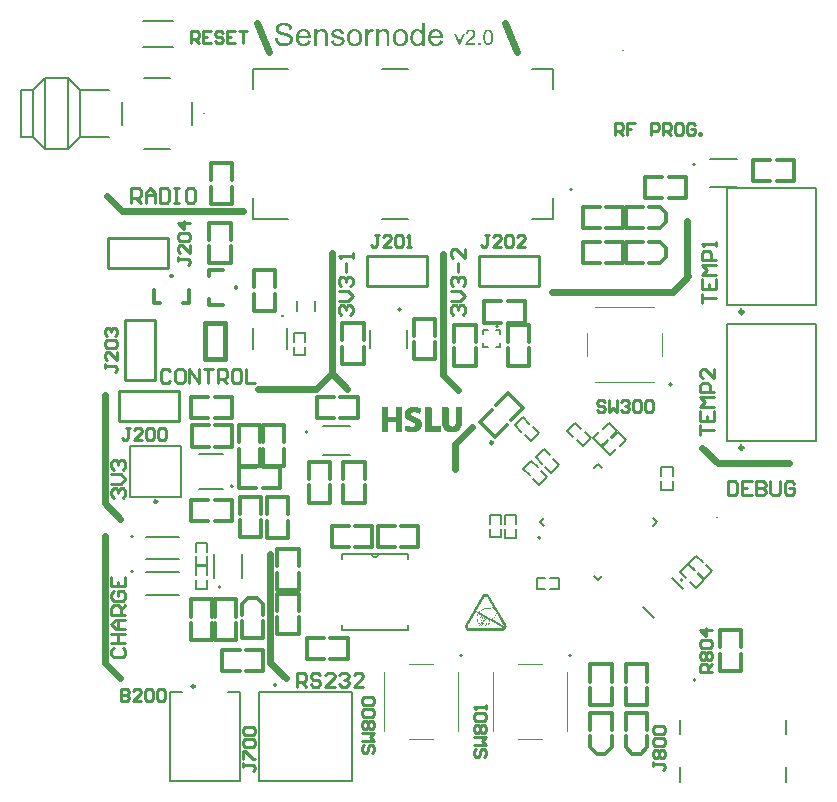
<source format=gto>
G04*
G04 #@! TF.GenerationSoftware,Altium Limited,Altium Designer,24.2.2 (26)*
G04*
G04 Layer_Color=65535*
%FSLAX44Y44*%
%MOMM*%
G71*
G04*
G04 #@! TF.SameCoordinates,57E06D6A-15B4-4B42-AE12-48CE37104189*
G04*
G04*
G04 #@! TF.FilePolarity,Positive*
G04*
G01*
G75*
%ADD10C,0.2000*%
%ADD11C,0.2500*%
%ADD12C,0.3000*%
%ADD13C,0.1000*%
%ADD14C,0.1524*%
%ADD15C,0.1500*%
%ADD16C,0.2700*%
%ADD17C,0.3048*%
%ADD18C,0.1270*%
%ADD19C,0.6000*%
%ADD20C,0.2540*%
%ADD21C,0.4572*%
G36*
X253367Y298406D02*
X251136Y298406D01*
Y306355D01*
X245000D01*
X245000Y298406D01*
X239422D01*
X239422Y319044D01*
X244860D01*
Y318904D01*
X245000D01*
X245000Y311096D01*
X251136D01*
Y319044D01*
X256713D01*
Y298406D01*
X253506D01*
X253367D01*
D02*
G37*
G36*
X273446Y304960D02*
Y303984D01*
X273307D01*
Y303008D01*
X273167D01*
Y302450D01*
X273028D01*
X273028Y302032D01*
X272889D01*
Y301753D01*
X272749D01*
Y301474D01*
X272610D01*
Y301195D01*
X272470D01*
Y301056D01*
X272331D01*
Y300777D01*
X272191D01*
Y300637D01*
X272052D01*
Y300498D01*
X271912D01*
X271912Y300359D01*
X271773D01*
Y300219D01*
X271633D01*
Y300080D01*
X271494D01*
Y299940D01*
X271355D01*
Y299801D01*
X271215D01*
Y299661D01*
X271076D01*
Y299522D01*
X270797D01*
Y299382D01*
X270657D01*
Y299243D01*
X270378D01*
Y299104D01*
X270100D01*
Y298964D01*
X269821D01*
Y298825D01*
X269542D01*
Y298685D01*
X269123D01*
Y298546D01*
X268566D01*
Y298406D01*
X268008D01*
Y298267D01*
X267032D01*
Y298127D01*
X264243D01*
Y298267D01*
X263127D01*
Y298406D01*
X262291D01*
Y298546D01*
X261733D01*
Y298685D01*
X261175D01*
Y298825D01*
X260618D01*
Y298964D01*
X260199D01*
Y299104D01*
X259781D01*
Y299243D01*
X259502D01*
Y299382D01*
X259084D01*
Y299522D01*
X258805Y299522D01*
Y299661D01*
X258665D01*
Y300080D01*
X258805D01*
Y300637D01*
X258944D01*
Y301195D01*
X259084D01*
X259084Y301614D01*
X259223D01*
Y302171D01*
X259363D01*
X259363Y302729D01*
X259502D01*
Y303147D01*
X259641D01*
Y303566D01*
X259920D01*
Y303705D01*
X260757D01*
Y303566D01*
X261175D01*
Y303426D01*
X261594D01*
Y303287D01*
X262012D01*
Y303147D01*
X262570D01*
Y303008D01*
X263127D01*
Y302868D01*
X263825D01*
Y302729D01*
X265080Y302729D01*
Y302590D01*
X265637Y302590D01*
Y302729D01*
X266753D01*
Y302868D01*
X267032D01*
Y303008D01*
X267311D01*
Y303147D01*
X267450D01*
Y303287D01*
X267590D01*
Y303426D01*
X267729D01*
Y303705D01*
X267868D01*
Y304821D01*
X267729D01*
Y305100D01*
X267590D01*
Y305239D01*
X267450D01*
Y305378D01*
X267311D01*
Y305518D01*
X267171D01*
Y305657D01*
X267032D01*
Y305797D01*
X266753D01*
Y305936D01*
X266474D01*
Y306076D01*
X266195D01*
X266195Y306215D01*
X265777D01*
Y306355D01*
X265498D01*
Y306494D01*
X265219D01*
Y306633D01*
X264940D01*
Y306773D01*
X264522D01*
Y306912D01*
X264243D01*
Y307052D01*
X263964D01*
X263964Y307191D01*
X263685D01*
Y307331D01*
X263267D01*
Y307470D01*
X262988D01*
Y307610D01*
X262709D01*
Y307749D01*
X262430D01*
Y307889D01*
X262151D01*
Y308028D01*
X262012D01*
Y308167D01*
X261733D01*
Y308307D01*
X261594D01*
Y308446D01*
X261315D01*
Y308586D01*
X261175D01*
Y308725D01*
X261036D01*
X261036Y308865D01*
X260896D01*
Y309004D01*
X260618D01*
Y309143D01*
X260478D01*
Y309422D01*
X260339D01*
Y309562D01*
X260199D01*
Y309701D01*
X260060D01*
Y309841D01*
X259920D01*
Y310119D01*
X259781D01*
Y310398D01*
X259641Y310398D01*
Y310538D01*
X259502D01*
X259502Y310956D01*
X259363D01*
Y311374D01*
X259223D01*
X259223Y311932D01*
X259084D01*
Y312908D01*
X258944D01*
Y313606D01*
X259084D01*
Y314721D01*
X259223D01*
Y315279D01*
X259363D01*
Y315558D01*
X259502D01*
X259502Y315976D01*
X259641D01*
Y316255D01*
X259781D01*
Y316394D01*
X259920D01*
Y316673D01*
X260060D01*
Y316813D01*
X260199D01*
Y316952D01*
X260339D01*
Y317092D01*
X260478D01*
X260478Y317370D01*
X260618D01*
Y317510D01*
X260896D01*
Y317649D01*
X261036D01*
Y317789D01*
X261175D01*
Y317928D01*
X261315D01*
Y318068D01*
X261594D01*
Y318207D01*
X261733Y318207D01*
Y318347D01*
X262012D01*
Y318486D01*
X262291D01*
Y318626D01*
X262570D01*
Y318765D01*
X262988D01*
Y318904D01*
X263267D01*
Y319044D01*
X263825D01*
Y319183D01*
X264382D01*
Y319323D01*
X265359D01*
Y319462D01*
X267868Y319462D01*
Y319323D01*
X268984D01*
Y319183D01*
X269681D01*
Y319044D01*
X270239D01*
Y318904D01*
X270797D01*
Y318765D01*
X271215D01*
Y318626D01*
X271494D01*
Y318486D01*
X271912D01*
Y318347D01*
X272191D01*
Y318207D01*
X272470D01*
Y318068D01*
X272889D01*
Y317928D01*
X273028Y317928D01*
Y317510D01*
X272889D01*
Y317231D01*
X272749D01*
Y316813D01*
X272610D01*
Y316394D01*
X272470D01*
Y315976D01*
X272331D01*
Y315558D01*
X272191D01*
Y315279D01*
X272052D01*
Y314861D01*
X271912Y314861D01*
X271912Y314442D01*
X271773D01*
Y314024D01*
X271494D01*
Y313885D01*
X270936D01*
Y314024D01*
X270518D01*
Y314163D01*
X270100D01*
Y314303D01*
X269681D01*
Y314442D01*
X269263D01*
Y314582D01*
X268705D01*
Y314721D01*
X268147D01*
Y314861D01*
X267171D01*
Y315000D01*
X266474D01*
Y314861D01*
X265637D01*
Y314721D01*
X265219Y314721D01*
Y314582D01*
X264940D01*
Y314442D01*
X264801D01*
Y314303D01*
X264661D01*
Y314163D01*
X264522D01*
Y313885D01*
X264382D01*
Y313048D01*
X264522D01*
X264522Y312769D01*
X264661D01*
Y312490D01*
X264940Y312490D01*
Y312351D01*
X265080D01*
Y312211D01*
X265219D01*
Y312072D01*
X265498Y312072D01*
Y311932D01*
X265777D01*
X265777Y311793D01*
X266056Y311793D01*
Y311653D01*
X266474Y311653D01*
Y311514D01*
X266753D01*
Y311374D01*
X267032D01*
Y311235D01*
X267450D01*
Y311096D01*
X267729D01*
Y310956D01*
X268008D01*
Y310817D01*
X268426D01*
Y310677D01*
X268705D01*
Y310538D01*
X268984D01*
Y310398D01*
X269402Y310398D01*
Y310259D01*
X269681D01*
Y310119D01*
X269960D01*
Y309980D01*
X270239Y309980D01*
Y309841D01*
X270378D01*
Y309701D01*
X270657D01*
Y309562D01*
X270797D01*
Y309422D01*
X271076D01*
Y309283D01*
X271215D01*
Y309143D01*
X271494D01*
Y309004D01*
X271633D01*
Y308865D01*
X271773D01*
Y308725D01*
X271912D01*
Y308586D01*
X272052D01*
Y308446D01*
X272191D01*
Y308307D01*
X272331D01*
Y308028D01*
X272470D01*
Y307889D01*
X272610D01*
Y307610D01*
X272749D01*
Y307331D01*
X272889D01*
Y307052D01*
X273028Y307052D01*
X273028Y306633D01*
X273167D01*
Y306215D01*
X273307D01*
X273307Y305239D01*
X273446D01*
Y305100D01*
Y304960D01*
D02*
G37*
G36*
X276096Y315837D02*
Y319044D01*
X281534D01*
Y318904D01*
X281673D01*
Y303147D01*
X289064D01*
Y303008D01*
X289203D01*
Y302868D01*
X289343D01*
Y298406D01*
X276096D01*
Y315697D01*
Y315837D01*
D02*
G37*
G36*
X302032Y305797D02*
Y318904D01*
X302171D01*
Y319044D01*
X307610D01*
Y305936D01*
X307470D01*
Y304821D01*
X307331D01*
Y303984D01*
X307191D01*
Y303426D01*
X307052D01*
Y303008D01*
X306912D01*
Y302590D01*
X306773D01*
Y302311D01*
X306633D01*
Y302032D01*
X306494D01*
Y301753D01*
X306355D01*
Y301474D01*
X306215D01*
Y301335D01*
X306076D01*
Y301056D01*
X305936D01*
Y300916D01*
X305797D01*
Y300637D01*
X305657D01*
Y300498D01*
X305518D01*
Y300359D01*
X305378D01*
Y300219D01*
X305239D01*
Y300080D01*
X305100D01*
Y299940D01*
X304960D01*
Y299801D01*
X304681D01*
Y299661D01*
X304542D01*
Y299522D01*
X304263D01*
Y299382D01*
X304123D01*
Y299243D01*
X303845D01*
Y299104D01*
X303566D01*
Y298964D01*
X303287D01*
Y298825D01*
X302868D01*
Y298685D01*
X302590D01*
X302590Y298546D01*
X302032D01*
Y298406D01*
X301335D01*
Y298267D01*
X300359Y298267D01*
Y298127D01*
X297570Y298127D01*
Y298267D01*
X296594D01*
Y298406D01*
X295896D01*
Y298546D01*
X295339D01*
X295339Y298685D01*
X295060D01*
Y298825D01*
X294641D01*
Y298964D01*
X294363D01*
Y299104D01*
X294084D01*
Y299243D01*
X293805D01*
Y299382D01*
X293665D01*
Y299522D01*
X293386D01*
Y299661D01*
X293247D01*
Y299801D01*
X293108D01*
Y299940D01*
X292968D01*
Y300080D01*
X292689D01*
Y300219D01*
X292550D01*
Y300359D01*
X292410D01*
Y300637D01*
X292271D01*
Y300777D01*
X292132D01*
Y300916D01*
X291992D01*
Y301195D01*
X291853D01*
Y301335D01*
X291713D01*
Y301614D01*
X291574D01*
Y301892D01*
X291434D01*
Y302171D01*
X291295D01*
Y302450D01*
X291155D01*
Y302729D01*
X291016D01*
Y303147D01*
X290877D01*
X290877Y303705D01*
X290737D01*
Y304402D01*
X290598D01*
Y305518D01*
X290458Y305518D01*
X290458Y319044D01*
X295896D01*
Y318904D01*
X296036D01*
Y305657D01*
X296175D01*
Y304960D01*
X296315D01*
Y304542D01*
X296454D01*
Y304263D01*
X296594D01*
Y303984D01*
X296733D01*
Y303845D01*
X296873D01*
Y303705D01*
X297012D01*
Y303566D01*
X297151D01*
Y303426D01*
X297291D01*
Y303287D01*
X297570D01*
Y303147D01*
X297849D01*
Y303008D01*
X298546D01*
Y302868D01*
X299522D01*
Y303008D01*
X300219Y303008D01*
X300219Y303147D01*
X300498D01*
Y303287D01*
X300777D01*
Y303426D01*
X300916D01*
Y303566D01*
X301056D01*
Y303705D01*
X301195D01*
Y303845D01*
X301335D01*
Y303984D01*
X301474D01*
Y304263D01*
X301614D01*
Y304542D01*
X301753D01*
Y305100D01*
X301892D01*
Y305797D01*
X302032D01*
D02*
G37*
G36*
X157019Y644849D02*
X157248Y644828D01*
X157477Y644807D01*
X157748Y644787D01*
X158331Y644703D01*
X158977Y644578D01*
X159622Y644391D01*
X160247Y644162D01*
X160268D01*
X160310Y644120D01*
X160414Y644099D01*
X160518Y644037D01*
X160643Y643953D01*
X160809Y643870D01*
X161164Y643662D01*
X161580Y643370D01*
X161997Y643016D01*
X162392Y642620D01*
X162747Y642141D01*
X162767Y642121D01*
X162788Y642079D01*
X162830Y642017D01*
X162892Y641912D01*
X162955Y641787D01*
X163038Y641642D01*
X163101Y641454D01*
X163205Y641267D01*
X163371Y640829D01*
X163517Y640309D01*
X163642Y639746D01*
X163705Y639121D01*
X161268Y638934D01*
Y638955D01*
X161247Y639017D01*
Y639101D01*
X161226Y639226D01*
X161184Y639392D01*
X161143Y639559D01*
X161018Y639954D01*
X160851Y640392D01*
X160601Y640850D01*
X160310Y641288D01*
X160122Y641475D01*
X159914Y641662D01*
X159893Y641683D01*
X159872Y641704D01*
X159789Y641746D01*
X159706Y641808D01*
X159581Y641871D01*
X159435Y641954D01*
X159268Y642037D01*
X159081Y642141D01*
X158852Y642225D01*
X158602Y642308D01*
X158331Y642391D01*
X158039Y642454D01*
X157706Y642516D01*
X157352Y642558D01*
X156977Y642600D01*
X156373D01*
X156207Y642579D01*
X156019D01*
X155811Y642558D01*
X155561Y642537D01*
X155311Y642495D01*
X154748Y642391D01*
X154207Y642246D01*
X153686Y642037D01*
X153436Y641891D01*
X153228Y641746D01*
X153207D01*
X153186Y641704D01*
X153062Y641600D01*
X152895Y641413D01*
X152707Y641162D01*
X152520Y640871D01*
X152353Y640517D01*
X152228Y640142D01*
X152207Y639934D01*
X152187Y639705D01*
Y639684D01*
Y639663D01*
X152207Y639538D01*
X152228Y639351D01*
X152270Y639121D01*
X152374Y638851D01*
X152499Y638559D01*
X152666Y638288D01*
X152916Y638018D01*
X152957Y637997D01*
X152999Y637955D01*
X153082Y637892D01*
X153186Y637830D01*
X153311Y637768D01*
X153478Y637684D01*
X153666Y637580D01*
X153895Y637476D01*
X154165Y637372D01*
X154478Y637268D01*
X154832Y637143D01*
X155248Y637018D01*
X155686Y636893D01*
X156186Y636747D01*
X156748Y636622D01*
X156790D01*
X156894Y636601D01*
X157040Y636559D01*
X157248Y636497D01*
X157498Y636455D01*
X157789Y636372D01*
X158102Y636310D01*
X158435Y636205D01*
X159143Y636018D01*
X159851Y635831D01*
X160185Y635726D01*
X160476Y635622D01*
X160768Y635518D01*
X160997Y635414D01*
X161018D01*
X161080Y635372D01*
X161164Y635331D01*
X161268Y635268D01*
X161413Y635206D01*
X161580Y635102D01*
X161934Y634873D01*
X162351Y634602D01*
X162747Y634268D01*
X163142Y633873D01*
X163309Y633664D01*
X163475Y633456D01*
Y633435D01*
X163517Y633394D01*
X163559Y633331D01*
X163600Y633248D01*
X163663Y633144D01*
X163725Y632998D01*
X163892Y632665D01*
X164038Y632269D01*
X164163Y631811D01*
X164246Y631290D01*
X164288Y630728D01*
Y630707D01*
Y630665D01*
Y630582D01*
X164267Y630478D01*
Y630332D01*
X164246Y630186D01*
X164184Y629790D01*
X164079Y629353D01*
X163913Y628874D01*
X163684Y628374D01*
X163559Y628103D01*
X163392Y627853D01*
Y627833D01*
X163351Y627791D01*
X163309Y627729D01*
X163225Y627624D01*
X163038Y627395D01*
X162747Y627083D01*
X162392Y626749D01*
X161955Y626395D01*
X161455Y626062D01*
X160872Y625750D01*
X160851D01*
X160789Y625708D01*
X160705Y625687D01*
X160580Y625625D01*
X160435Y625583D01*
X160247Y625521D01*
X160039Y625437D01*
X159789Y625375D01*
X159539Y625312D01*
X159247Y625229D01*
X158623Y625125D01*
X157935Y625042D01*
X157185Y625000D01*
X156936D01*
X156748Y625021D01*
X156519D01*
X156269Y625042D01*
X155977Y625062D01*
X155644Y625104D01*
X154957Y625187D01*
X154228Y625312D01*
X153499Y625500D01*
X152791Y625750D01*
X152770D01*
X152707Y625792D01*
X152624Y625833D01*
X152499Y625896D01*
X152353Y625979D01*
X152187Y626062D01*
X151791Y626312D01*
X151354Y626625D01*
X150895Y627020D01*
X150437Y627478D01*
X150041Y628020D01*
X150021Y628041D01*
X150000Y628083D01*
X149958Y628166D01*
X149896Y628291D01*
X149812Y628437D01*
X149729Y628603D01*
X149625Y628811D01*
X149542Y629041D01*
X149437Y629270D01*
X149354Y629540D01*
X149187Y630145D01*
X149062Y630790D01*
X149021Y631144D01*
X149000Y631498D01*
X151395Y631707D01*
Y631686D01*
Y631644D01*
X151416Y631561D01*
X151437Y631457D01*
X151458Y631332D01*
X151479Y631207D01*
X151562Y630853D01*
X151666Y630478D01*
X151791Y630082D01*
X151958Y629686D01*
X152166Y629311D01*
X152187Y629270D01*
X152291Y629166D01*
X152437Y628999D01*
X152645Y628791D01*
X152916Y628541D01*
X153249Y628312D01*
X153645Y628062D01*
X154103Y627833D01*
X154124D01*
X154165Y627812D01*
X154228Y627791D01*
X154332Y627749D01*
X154457Y627708D01*
X154603Y627645D01*
X154769Y627603D01*
X154957Y627562D01*
X155394Y627458D01*
X155915Y627354D01*
X156456Y627291D01*
X157060Y627270D01*
X157310D01*
X157435Y627291D01*
X157581D01*
X157914Y627333D01*
X158310Y627374D01*
X158748Y627437D01*
X159185Y627541D01*
X159601Y627687D01*
X159622D01*
X159643Y627708D01*
X159706Y627729D01*
X159789Y627770D01*
X159976Y627874D01*
X160226Y627999D01*
X160497Y628166D01*
X160789Y628374D01*
X161039Y628603D01*
X161268Y628874D01*
X161289Y628916D01*
X161351Y628999D01*
X161455Y629166D01*
X161559Y629374D01*
X161643Y629624D01*
X161747Y629895D01*
X161809Y630207D01*
X161830Y630519D01*
Y630540D01*
Y630561D01*
Y630665D01*
X161809Y630853D01*
X161768Y631061D01*
X161705Y631311D01*
X161601Y631582D01*
X161476Y631852D01*
X161289Y632102D01*
X161268Y632123D01*
X161184Y632206D01*
X161059Y632332D01*
X160872Y632498D01*
X160643Y632665D01*
X160330Y632852D01*
X159976Y633040D01*
X159560Y633227D01*
X159518Y633248D01*
X159476Y633269D01*
X159393Y633289D01*
X159310Y633310D01*
X159185Y633352D01*
X159018Y633414D01*
X158852Y633456D01*
X158623Y633519D01*
X158393Y633602D01*
X158102Y633664D01*
X157789Y633748D01*
X157435Y633852D01*
X157060Y633935D01*
X156623Y634060D01*
X156144Y634164D01*
X156123D01*
X156040Y634185D01*
X155894Y634227D01*
X155728Y634268D01*
X155498Y634331D01*
X155248Y634393D01*
X154999Y634477D01*
X154707Y634560D01*
X154082Y634748D01*
X153478Y634956D01*
X153186Y635060D01*
X152916Y635164D01*
X152666Y635268D01*
X152458Y635372D01*
X152437D01*
X152395Y635414D01*
X152332Y635456D01*
X152228Y635497D01*
X151978Y635643D01*
X151687Y635851D01*
X151333Y636122D01*
X150999Y636414D01*
X150666Y636768D01*
X150395Y637143D01*
Y637164D01*
X150375Y637184D01*
X150333Y637247D01*
X150291Y637330D01*
X150187Y637559D01*
X150062Y637851D01*
X149937Y638205D01*
X149833Y638621D01*
X149750Y639080D01*
X149729Y639559D01*
Y639580D01*
Y639621D01*
Y639705D01*
X149750Y639809D01*
Y639934D01*
X149771Y640079D01*
X149833Y640454D01*
X149937Y640871D01*
X150062Y641308D01*
X150271Y641787D01*
X150541Y642266D01*
Y642287D01*
X150583Y642329D01*
X150625Y642391D01*
X150687Y642475D01*
X150895Y642704D01*
X151166Y642995D01*
X151499Y643308D01*
X151916Y643620D01*
X152395Y643933D01*
X152957Y644203D01*
X152978D01*
X153020Y644224D01*
X153124Y644266D01*
X153228Y644308D01*
X153374Y644349D01*
X153561Y644412D01*
X153770Y644474D01*
X153999Y644537D01*
X154249Y644599D01*
X154519Y644662D01*
X155103Y644766D01*
X155769Y644849D01*
X156477Y644870D01*
X156831D01*
X157019Y644849D01*
D02*
G37*
G36*
X275697Y625312D02*
X273510D01*
Y627062D01*
X273489Y627041D01*
X273447Y626979D01*
X273364Y626875D01*
X273260Y626749D01*
X273114Y626583D01*
X272947Y626416D01*
X272760Y626229D01*
X272531Y626041D01*
X272260Y625833D01*
X271968Y625646D01*
X271656Y625479D01*
X271302Y625333D01*
X270906Y625187D01*
X270511Y625083D01*
X270073Y625021D01*
X269594Y625000D01*
X269428D01*
X269303Y625021D01*
X269157D01*
X268990Y625042D01*
X268803Y625083D01*
X268594Y625125D01*
X268115Y625229D01*
X267595Y625396D01*
X267074Y625625D01*
X266803Y625750D01*
X266532Y625916D01*
X266512Y625937D01*
X266470Y625958D01*
X266407Y626021D01*
X266303Y626083D01*
X266178Y626187D01*
X266053Y626291D01*
X265741Y626583D01*
X265387Y626937D01*
X265033Y627374D01*
X264679Y627895D01*
X264366Y628478D01*
Y628499D01*
X264325Y628562D01*
X264304Y628645D01*
X264241Y628770D01*
X264200Y628916D01*
X264137Y629103D01*
X264054Y629332D01*
X263991Y629561D01*
X263929Y629832D01*
X263846Y630124D01*
X263783Y630436D01*
X263741Y630769D01*
X263658Y631478D01*
X263617Y632248D01*
Y632269D01*
Y632352D01*
Y632456D01*
X263637Y632602D01*
Y632790D01*
X263658Y632998D01*
X263679Y633248D01*
X263700Y633519D01*
X263783Y634102D01*
X263908Y634727D01*
X264075Y635393D01*
X264304Y636039D01*
Y636060D01*
X264345Y636122D01*
X264387Y636205D01*
X264429Y636330D01*
X264512Y636455D01*
X264595Y636622D01*
X264825Y636997D01*
X265116Y637434D01*
X265470Y637851D01*
X265887Y638267D01*
X266387Y638642D01*
X266407Y638663D01*
X266449Y638684D01*
X266532Y638726D01*
X266637Y638788D01*
X266761Y638851D01*
X266928Y638934D01*
X267095Y639017D01*
X267303Y639101D01*
X267761Y639267D01*
X268282Y639413D01*
X268865Y639517D01*
X269178Y639559D01*
X269698D01*
X269948Y639538D01*
X270240Y639496D01*
X270594Y639434D01*
X270969Y639330D01*
X271364Y639205D01*
X271739Y639017D01*
X271760D01*
X271781Y638996D01*
X271906Y638913D01*
X272073Y638809D01*
X272302Y638642D01*
X272552Y638434D01*
X272822Y638205D01*
X273093Y637934D01*
X273343Y637622D01*
Y644537D01*
X275697D01*
Y625312D01*
D02*
G37*
G36*
X241497Y639538D02*
X241622D01*
X241935Y639496D01*
X242289Y639455D01*
X242684Y639371D01*
X243080Y639246D01*
X243476Y639101D01*
X243497D01*
X243517Y639080D01*
X243642Y639017D01*
X243830Y638913D01*
X244080Y638788D01*
X244330Y638601D01*
X244601Y638413D01*
X244851Y638184D01*
X245059Y637913D01*
X245080Y637872D01*
X245142Y637788D01*
X245225Y637622D01*
X245350Y637413D01*
X245475Y637164D01*
X245579Y636872D01*
X245704Y636539D01*
X245788Y636164D01*
Y636143D01*
X245809Y636039D01*
X245829Y635872D01*
X245871Y635643D01*
X245892Y635331D01*
Y635143D01*
X245913Y634935D01*
Y634706D01*
X245933Y634435D01*
Y634164D01*
Y633873D01*
Y625312D01*
X243580D01*
Y633789D01*
Y633810D01*
Y633852D01*
Y633935D01*
Y634019D01*
Y634143D01*
X243559Y634289D01*
X243538Y634602D01*
X243517Y634956D01*
X243455Y635310D01*
X243393Y635643D01*
X243288Y635935D01*
X243267Y635976D01*
X243226Y636060D01*
X243163Y636185D01*
X243059Y636351D01*
X242934Y636539D01*
X242768Y636726D01*
X242559Y636914D01*
X242309Y637080D01*
X242289Y637101D01*
X242185Y637143D01*
X242039Y637226D01*
X241851Y637309D01*
X241601Y637372D01*
X241331Y637455D01*
X241018Y637497D01*
X240664Y637518D01*
X240518D01*
X240414Y637497D01*
X240289D01*
X240123Y637476D01*
X239768Y637393D01*
X239373Y637289D01*
X238935Y637122D01*
X238498Y636872D01*
X238269Y636726D01*
X238060Y636559D01*
X238040Y636539D01*
X238019Y636518D01*
X237956Y636455D01*
X237894Y636372D01*
X237811Y636247D01*
X237727Y636122D01*
X237623Y635956D01*
X237519Y635747D01*
X237415Y635518D01*
X237311Y635247D01*
X237227Y634956D01*
X237144Y634622D01*
X237082Y634248D01*
X237019Y633852D01*
X236998Y633394D01*
X236978Y632915D01*
Y625312D01*
X234624D01*
Y639246D01*
X236748D01*
Y637247D01*
X236769Y637268D01*
X236811Y637351D01*
X236915Y637455D01*
X237040Y637601D01*
X237186Y637788D01*
X237373Y637976D01*
X237602Y638184D01*
X237873Y638413D01*
X238165Y638621D01*
X238498Y638830D01*
X238852Y639017D01*
X239248Y639205D01*
X239685Y639351D01*
X240143Y639455D01*
X240643Y639538D01*
X241164Y639559D01*
X241372D01*
X241497Y639538D01*
D02*
G37*
G36*
X189261D02*
X189386D01*
X189698Y639496D01*
X190052Y639455D01*
X190448Y639371D01*
X190844Y639246D01*
X191239Y639101D01*
X191260D01*
X191281Y639080D01*
X191406Y639017D01*
X191593Y638913D01*
X191843Y638788D01*
X192093Y638601D01*
X192364Y638413D01*
X192614Y638184D01*
X192822Y637913D01*
X192843Y637872D01*
X192905Y637788D01*
X192989Y637622D01*
X193114Y637413D01*
X193239Y637164D01*
X193343Y636872D01*
X193468Y636539D01*
X193551Y636164D01*
Y636143D01*
X193572Y636039D01*
X193593Y635872D01*
X193634Y635643D01*
X193655Y635331D01*
Y635143D01*
X193676Y634935D01*
Y634706D01*
X193697Y634435D01*
Y634164D01*
Y633873D01*
Y625312D01*
X191343D01*
Y633789D01*
Y633810D01*
Y633852D01*
Y633935D01*
Y634019D01*
Y634143D01*
X191322Y634289D01*
X191302Y634602D01*
X191281Y634956D01*
X191218Y635310D01*
X191156Y635643D01*
X191052Y635935D01*
X191031Y635976D01*
X190989Y636060D01*
X190927Y636185D01*
X190823Y636351D01*
X190698Y636539D01*
X190531Y636726D01*
X190323Y636914D01*
X190073Y637080D01*
X190052Y637101D01*
X189948Y637143D01*
X189802Y637226D01*
X189615Y637309D01*
X189365Y637372D01*
X189094Y637455D01*
X188782Y637497D01*
X188427Y637518D01*
X188282D01*
X188178Y637497D01*
X188053D01*
X187886Y637476D01*
X187532Y637393D01*
X187136Y637289D01*
X186699Y637122D01*
X186261Y636872D01*
X186032Y636726D01*
X185824Y636559D01*
X185803Y636539D01*
X185782Y636518D01*
X185720Y636455D01*
X185657Y636372D01*
X185574Y636247D01*
X185491Y636122D01*
X185387Y635956D01*
X185282Y635747D01*
X185178Y635518D01*
X185074Y635247D01*
X184991Y634956D01*
X184907Y634622D01*
X184845Y634248D01*
X184783Y633852D01*
X184762Y633394D01*
X184741Y632915D01*
Y625312D01*
X182387D01*
Y639246D01*
X184512D01*
Y637247D01*
X184533Y637268D01*
X184574Y637351D01*
X184678Y637455D01*
X184803Y637601D01*
X184949Y637788D01*
X185137Y637976D01*
X185366Y638184D01*
X185637Y638413D01*
X185928Y638621D01*
X186261Y638830D01*
X186615Y639017D01*
X187011Y639205D01*
X187449Y639351D01*
X187907Y639455D01*
X188407Y639538D01*
X188927Y639559D01*
X189136D01*
X189261Y639538D01*
D02*
G37*
G36*
X231000D02*
X231104D01*
X231229Y639517D01*
X231541Y639455D01*
X231916Y639371D01*
X232312Y639226D01*
X232770Y639038D01*
X233228Y638788D01*
X232395Y636601D01*
X232354Y636622D01*
X232250Y636684D01*
X232083Y636768D01*
X231854Y636872D01*
X231604Y636955D01*
X231312Y637039D01*
X231000Y637101D01*
X230667Y637122D01*
X230542D01*
X230396Y637101D01*
X230208Y637059D01*
X229979Y636997D01*
X229750Y636914D01*
X229521Y636810D01*
X229271Y636643D01*
X229250Y636622D01*
X229167Y636559D01*
X229063Y636455D01*
X228938Y636310D01*
X228792Y636122D01*
X228646Y635914D01*
X228521Y635643D01*
X228396Y635351D01*
Y635331D01*
X228375Y635289D01*
X228355Y635227D01*
X228334Y635143D01*
X228313Y635018D01*
X228271Y634873D01*
X228209Y634539D01*
X228146Y634123D01*
X228084Y633664D01*
X228042Y633144D01*
X228021Y632602D01*
Y625312D01*
X225668D01*
Y639246D01*
X227792D01*
Y637143D01*
X227834Y637184D01*
X227876Y637268D01*
X227938Y637351D01*
X228084Y637622D01*
X228292Y637913D01*
X228521Y638247D01*
X228771Y638580D01*
X229021Y638851D01*
X229167Y638976D01*
X229292Y639080D01*
X229334Y639101D01*
X229417Y639163D01*
X229563Y639226D01*
X229729Y639330D01*
X229958Y639413D01*
X230208Y639476D01*
X230500Y639538D01*
X230792Y639559D01*
X230917D01*
X231000Y639538D01*
D02*
G37*
G36*
X202320D02*
X202486D01*
X202882Y639496D01*
X203319Y639434D01*
X203819Y639351D01*
X204298Y639246D01*
X204777Y639080D01*
X204798D01*
X204840Y639059D01*
X204902Y639038D01*
X204986Y638996D01*
X205194Y638892D01*
X205485Y638746D01*
X205777Y638559D01*
X206069Y638330D01*
X206360Y638080D01*
X206610Y637788D01*
X206631Y637747D01*
X206714Y637643D01*
X206819Y637455D01*
X206943Y637226D01*
X207089Y636914D01*
X207214Y636539D01*
X207339Y636122D01*
X207443Y635643D01*
X205131Y635331D01*
Y635351D01*
Y635372D01*
X205090Y635497D01*
X205048Y635706D01*
X204965Y635935D01*
X204840Y636205D01*
X204673Y636476D01*
X204465Y636747D01*
X204215Y636997D01*
X204173Y637018D01*
X204069Y637101D01*
X203903Y637205D01*
X203673Y637309D01*
X203361Y637434D01*
X202986Y637518D01*
X202570Y637601D01*
X202070Y637622D01*
X201799D01*
X201674Y637601D01*
X201528D01*
X201174Y637559D01*
X200799Y637497D01*
X200403Y637393D01*
X200049Y637268D01*
X199904Y637184D01*
X199758Y637080D01*
X199737Y637059D01*
X199654Y636976D01*
X199550Y636872D01*
X199425Y636726D01*
X199279Y636539D01*
X199175Y636310D01*
X199091Y636081D01*
X199070Y635810D01*
Y635789D01*
Y635726D01*
X199091Y635643D01*
X199112Y635539D01*
X199195Y635268D01*
X199258Y635122D01*
X199341Y634977D01*
X199362Y634956D01*
X199404Y634914D01*
X199466Y634852D01*
X199570Y634768D01*
X199695Y634664D01*
X199862Y634560D01*
X200049Y634456D01*
X200258Y634352D01*
X200278D01*
X200341Y634331D01*
X200466Y634289D01*
X200653Y634227D01*
X200778Y634185D01*
X200924Y634143D01*
X201091Y634102D01*
X201278Y634039D01*
X201507Y633977D01*
X201757Y633914D01*
X202028Y633831D01*
X202341Y633748D01*
X202361D01*
X202445Y633727D01*
X202570Y633685D01*
X202757Y633644D01*
X202945Y633581D01*
X203174Y633519D01*
X203444Y633435D01*
X203715Y633352D01*
X204298Y633185D01*
X204861Y632998D01*
X205131Y632915D01*
X205381Y632811D01*
X205611Y632727D01*
X205819Y632644D01*
X205840D01*
X205860Y632623D01*
X205985Y632561D01*
X206173Y632477D01*
X206381Y632332D01*
X206631Y632165D01*
X206902Y631956D01*
X207152Y631707D01*
X207381Y631415D01*
X207402Y631373D01*
X207464Y631269D01*
X207568Y631103D01*
X207673Y630853D01*
X207777Y630561D01*
X207881Y630228D01*
X207943Y629832D01*
X207964Y629395D01*
Y629374D01*
Y629332D01*
Y629270D01*
Y629186D01*
X207922Y628957D01*
X207881Y628666D01*
X207798Y628332D01*
X207673Y627958D01*
X207485Y627562D01*
X207256Y627166D01*
Y627145D01*
X207214Y627124D01*
X207131Y627000D01*
X206964Y626812D01*
X206756Y626583D01*
X206465Y626312D01*
X206131Y626041D01*
X205735Y625792D01*
X205277Y625562D01*
X205256D01*
X205215Y625541D01*
X205152Y625521D01*
X205048Y625479D01*
X204923Y625437D01*
X204777Y625375D01*
X204611Y625333D01*
X204423Y625292D01*
X203986Y625187D01*
X203486Y625083D01*
X202945Y625021D01*
X202341Y625000D01*
X202070D01*
X201882Y625021D01*
X201674Y625042D01*
X201403Y625062D01*
X201112Y625083D01*
X200799Y625146D01*
X200133Y625271D01*
X199425Y625458D01*
X199091Y625583D01*
X198758Y625750D01*
X198466Y625916D01*
X198175Y626104D01*
X198154Y626125D01*
X198112Y626166D01*
X198050Y626229D01*
X197946Y626312D01*
X197842Y626437D01*
X197717Y626583D01*
X197571Y626749D01*
X197425Y626937D01*
X197258Y627166D01*
X197113Y627416D01*
X196967Y627687D01*
X196821Y627999D01*
X196696Y628312D01*
X196571Y628666D01*
X196467Y629062D01*
X196384Y629457D01*
X198716Y629832D01*
Y629811D01*
X198737Y629770D01*
Y629707D01*
X198758Y629603D01*
X198779Y629478D01*
X198821Y629353D01*
X198925Y629041D01*
X199070Y628687D01*
X199258Y628312D01*
X199487Y627978D01*
X199799Y627666D01*
X199820D01*
X199841Y627645D01*
X199966Y627562D01*
X200174Y627437D01*
X200466Y627312D01*
X200820Y627166D01*
X201257Y627062D01*
X201757Y626979D01*
X202320Y626937D01*
X202486D01*
X202591Y626958D01*
X202736D01*
X202882Y626979D01*
X203236Y627020D01*
X203632Y627104D01*
X204048Y627208D01*
X204423Y627374D01*
X204757Y627583D01*
X204798Y627603D01*
X204881Y627708D01*
X205007Y627833D01*
X205152Y628020D01*
X205298Y628249D01*
X205423Y628520D01*
X205506Y628811D01*
X205548Y629145D01*
Y629186D01*
Y629270D01*
X205506Y629436D01*
X205465Y629603D01*
X205381Y629811D01*
X205256Y630019D01*
X205069Y630228D01*
X204840Y630415D01*
X204819Y630436D01*
X204736Y630478D01*
X204590Y630540D01*
X204486Y630582D01*
X204361Y630624D01*
X204194Y630686D01*
X204028Y630748D01*
X203840Y630811D01*
X203611Y630873D01*
X203361Y630957D01*
X203069Y631040D01*
X202757Y631123D01*
X202424Y631207D01*
X202403D01*
X202320Y631228D01*
X202174Y631269D01*
X202007Y631311D01*
X201799Y631373D01*
X201549Y631436D01*
X201278Y631519D01*
X200987Y631603D01*
X200403Y631790D01*
X199799Y631977D01*
X199508Y632061D01*
X199258Y632165D01*
X199008Y632269D01*
X198800Y632352D01*
X198779D01*
X198758Y632373D01*
X198633Y632436D01*
X198466Y632540D01*
X198237Y632706D01*
X197987Y632894D01*
X197738Y633102D01*
X197488Y633373D01*
X197279Y633664D01*
X197258Y633706D01*
X197196Y633810D01*
X197113Y633998D01*
X197029Y634227D01*
X196946Y634498D01*
X196863Y634810D01*
X196800Y635164D01*
X196779Y635539D01*
Y635560D01*
Y635581D01*
Y635706D01*
X196800Y635872D01*
X196842Y636101D01*
X196884Y636372D01*
X196946Y636664D01*
X197050Y636976D01*
X197196Y637268D01*
X197217Y637309D01*
X197279Y637393D01*
X197363Y637538D01*
X197508Y637726D01*
X197654Y637934D01*
X197862Y638163D01*
X198092Y638372D01*
X198362Y638580D01*
X198383Y638601D01*
X198466Y638642D01*
X198591Y638726D01*
X198758Y638809D01*
X198966Y638913D01*
X199216Y639038D01*
X199529Y639163D01*
X199862Y639267D01*
X199883D01*
X199904Y639288D01*
X200029Y639309D01*
X200216Y639351D01*
X200487Y639413D01*
X200778Y639476D01*
X201133Y639517D01*
X201507Y639538D01*
X201903Y639559D01*
X202174D01*
X202320Y639538D01*
D02*
G37*
G36*
X285403D02*
X285590D01*
X285840Y639496D01*
X286111Y639455D01*
X286423Y639392D01*
X286756Y639330D01*
X287111Y639226D01*
X287465Y639101D01*
X287860Y638934D01*
X288235Y638746D01*
X288610Y638538D01*
X288985Y638267D01*
X289360Y637976D01*
X289693Y637643D01*
X289714Y637622D01*
X289776Y637559D01*
X289860Y637455D01*
X289964Y637289D01*
X290110Y637101D01*
X290256Y636872D01*
X290422Y636580D01*
X290589Y636268D01*
X290735Y635914D01*
X290901Y635518D01*
X291047Y635081D01*
X291193Y634602D01*
X291297Y634081D01*
X291380Y633519D01*
X291443Y632935D01*
X291464Y632311D01*
Y632269D01*
Y632165D01*
Y631956D01*
X291443Y631686D01*
X281049D01*
Y631665D01*
Y631582D01*
X281070Y631457D01*
X281091Y631311D01*
X281112Y631103D01*
X281154Y630894D01*
X281195Y630644D01*
X281258Y630374D01*
X281424Y629811D01*
X281653Y629207D01*
X281799Y628937D01*
X281945Y628645D01*
X282133Y628395D01*
X282341Y628145D01*
X282362Y628124D01*
X282403Y628103D01*
X282466Y628041D01*
X282549Y627958D01*
X282674Y627874D01*
X282799Y627770D01*
X282966Y627645D01*
X283153Y627541D01*
X283570Y627312D01*
X284070Y627124D01*
X284340Y627041D01*
X284632Y627000D01*
X284944Y626958D01*
X285257Y626937D01*
X285382D01*
X285465Y626958D01*
X285715Y626979D01*
X286027Y627020D01*
X286361Y627104D01*
X286736Y627229D01*
X287111Y627374D01*
X287465Y627603D01*
X287485D01*
X287506Y627645D01*
X287610Y627729D01*
X287777Y627895D01*
X287985Y628145D01*
X288214Y628437D01*
X288464Y628832D01*
X288714Y629291D01*
X288923Y629811D01*
X291380Y629499D01*
Y629478D01*
X291359Y629395D01*
X291318Y629291D01*
X291255Y629145D01*
X291193Y628957D01*
X291110Y628749D01*
X291005Y628520D01*
X290901Y628270D01*
X290610Y627749D01*
X290235Y627187D01*
X290006Y626916D01*
X289776Y626645D01*
X289527Y626395D01*
X289235Y626166D01*
X289214Y626146D01*
X289172Y626125D01*
X289068Y626062D01*
X288964Y625979D01*
X288797Y625896D01*
X288610Y625792D01*
X288402Y625687D01*
X288152Y625583D01*
X287881Y625479D01*
X287569Y625375D01*
X287256Y625271D01*
X286902Y625187D01*
X286527Y625104D01*
X286132Y625042D01*
X285694Y625021D01*
X285257Y625000D01*
X285132D01*
X284965Y625021D01*
X284757D01*
X284486Y625062D01*
X284195Y625104D01*
X283861Y625167D01*
X283507Y625229D01*
X283132Y625333D01*
X282737Y625458D01*
X282320Y625604D01*
X281924Y625792D01*
X281508Y626000D01*
X281133Y626250D01*
X280758Y626541D01*
X280404Y626875D01*
X280383Y626895D01*
X280320Y626958D01*
X280237Y627062D01*
X280133Y627229D01*
X279987Y627416D01*
X279841Y627645D01*
X279675Y627916D01*
X279529Y628228D01*
X279363Y628582D01*
X279196Y628978D01*
X279050Y629416D01*
X278904Y629895D01*
X278800Y630394D01*
X278717Y630936D01*
X278654Y631519D01*
X278633Y632144D01*
Y632186D01*
Y632290D01*
X278654Y632477D01*
Y632727D01*
X278696Y633019D01*
X278738Y633352D01*
X278779Y633748D01*
X278863Y634143D01*
X278946Y634581D01*
X279071Y635018D01*
X279217Y635476D01*
X279383Y635935D01*
X279592Y636372D01*
X279841Y636810D01*
X280112Y637226D01*
X280425Y637601D01*
X280445Y637622D01*
X280508Y637684D01*
X280612Y637788D01*
X280758Y637913D01*
X280925Y638059D01*
X281154Y638226D01*
X281404Y638392D01*
X281695Y638580D01*
X282008Y638767D01*
X282362Y638934D01*
X282757Y639101D01*
X283174Y639246D01*
X283632Y639371D01*
X284090Y639476D01*
X284611Y639538D01*
X285132Y639559D01*
X285257D01*
X285403Y639538D01*
D02*
G37*
G36*
X255473D02*
X255681D01*
X255931Y639496D01*
X256202Y639455D01*
X256514Y639392D01*
X256868Y639330D01*
X257222Y639226D01*
X257618Y639101D01*
X257993Y638934D01*
X258389Y638767D01*
X258784Y638538D01*
X259159Y638288D01*
X259534Y637997D01*
X259888Y637663D01*
X259909Y637643D01*
X259972Y637580D01*
X260055Y637476D01*
X260180Y637309D01*
X260305Y637122D01*
X260471Y636893D01*
X260638Y636622D01*
X260805Y636310D01*
X260971Y635956D01*
X261138Y635560D01*
X261305Y635143D01*
X261430Y634685D01*
X261555Y634185D01*
X261638Y633644D01*
X261700Y633060D01*
X261721Y632456D01*
Y632436D01*
Y632332D01*
Y632206D01*
X261700Y632019D01*
Y631790D01*
X261679Y631519D01*
X261659Y631228D01*
X261617Y630915D01*
X261534Y630249D01*
X261388Y629540D01*
X261180Y628853D01*
X261055Y628541D01*
X260909Y628228D01*
Y628208D01*
X260867Y628166D01*
X260826Y628083D01*
X260763Y627978D01*
X260680Y627853D01*
X260576Y627687D01*
X260305Y627354D01*
X259972Y626958D01*
X259576Y626562D01*
X259097Y626187D01*
X258555Y625833D01*
X258535D01*
X258493Y625792D01*
X258410Y625750D01*
X258284Y625708D01*
X258139Y625646D01*
X257972Y625562D01*
X257785Y625500D01*
X257556Y625417D01*
X257326Y625333D01*
X257056Y625271D01*
X256493Y625125D01*
X255868Y625042D01*
X255202Y625000D01*
X255077D01*
X254931Y625021D01*
X254723D01*
X254473Y625062D01*
X254181Y625104D01*
X253869Y625167D01*
X253515Y625229D01*
X253140Y625333D01*
X252765Y625458D01*
X252369Y625604D01*
X251974Y625792D01*
X251578Y626000D01*
X251203Y626250D01*
X250828Y626541D01*
X250474Y626875D01*
X250453Y626895D01*
X250391Y626958D01*
X250307Y627062D01*
X250203Y627229D01*
X250058Y627416D01*
X249912Y627645D01*
X249745Y627937D01*
X249578Y628249D01*
X249412Y628624D01*
X249245Y629020D01*
X249099Y629457D01*
X248954Y629936D01*
X248849Y630457D01*
X248766Y631019D01*
X248704Y631623D01*
X248683Y632269D01*
Y632290D01*
Y632311D01*
Y632436D01*
X248704Y632644D01*
X248724Y632894D01*
X248745Y633227D01*
X248787Y633602D01*
X248870Y633998D01*
X248954Y634435D01*
X249058Y634893D01*
X249203Y635372D01*
X249391Y635851D01*
X249578Y636330D01*
X249828Y636789D01*
X250120Y637226D01*
X250453Y637622D01*
X250828Y637997D01*
X250849Y638018D01*
X250911Y638059D01*
X251016Y638143D01*
X251140Y638247D01*
X251328Y638351D01*
X251536Y638497D01*
X251765Y638642D01*
X252057Y638788D01*
X252348Y638934D01*
X252682Y639059D01*
X253036Y639205D01*
X253432Y639309D01*
X253848Y639413D01*
X254265Y639496D01*
X254723Y639538D01*
X255202Y639559D01*
X255327D01*
X255473Y639538D01*
D02*
G37*
G36*
X216670D02*
X216879D01*
X217128Y639496D01*
X217399Y639455D01*
X217712Y639392D01*
X218066Y639330D01*
X218420Y639226D01*
X218815Y639101D01*
X219190Y638934D01*
X219586Y638767D01*
X219982Y638538D01*
X220357Y638288D01*
X220732Y637997D01*
X221086Y637663D01*
X221106Y637643D01*
X221169Y637580D01*
X221252Y637476D01*
X221377Y637309D01*
X221502Y637122D01*
X221669Y636893D01*
X221835Y636622D01*
X222002Y636310D01*
X222169Y635956D01*
X222335Y635560D01*
X222502Y635143D01*
X222627Y634685D01*
X222752Y634185D01*
X222835Y633644D01*
X222898Y633060D01*
X222919Y632456D01*
Y632436D01*
Y632332D01*
Y632206D01*
X222898Y632019D01*
Y631790D01*
X222877Y631519D01*
X222856Y631228D01*
X222814Y630915D01*
X222731Y630249D01*
X222585Y629540D01*
X222377Y628853D01*
X222252Y628541D01*
X222106Y628228D01*
Y628208D01*
X222065Y628166D01*
X222023Y628083D01*
X221961Y627978D01*
X221877Y627853D01*
X221773Y627687D01*
X221502Y627354D01*
X221169Y626958D01*
X220773Y626562D01*
X220294Y626187D01*
X219753Y625833D01*
X219732D01*
X219690Y625792D01*
X219607Y625750D01*
X219482Y625708D01*
X219336Y625646D01*
X219170Y625562D01*
X218982Y625500D01*
X218753Y625417D01*
X218524Y625333D01*
X218253Y625271D01*
X217691Y625125D01*
X217066Y625042D01*
X216399Y625000D01*
X216274D01*
X216129Y625021D01*
X215920D01*
X215670Y625062D01*
X215379Y625104D01*
X215066Y625167D01*
X214712Y625229D01*
X214337Y625333D01*
X213962Y625458D01*
X213567Y625604D01*
X213171Y625792D01*
X212775Y626000D01*
X212400Y626250D01*
X212026Y626541D01*
X211672Y626875D01*
X211651Y626895D01*
X211588Y626958D01*
X211505Y627062D01*
X211401Y627229D01*
X211255Y627416D01*
X211109Y627645D01*
X210942Y627937D01*
X210776Y628249D01*
X210609Y628624D01*
X210443Y629020D01*
X210297Y629457D01*
X210151Y629936D01*
X210047Y630457D01*
X209964Y631019D01*
X209901Y631623D01*
X209880Y632269D01*
Y632290D01*
Y632311D01*
Y632436D01*
X209901Y632644D01*
X209922Y632894D01*
X209943Y633227D01*
X209984Y633602D01*
X210068Y633998D01*
X210151Y634435D01*
X210255Y634893D01*
X210401Y635372D01*
X210588Y635851D01*
X210776Y636330D01*
X211026Y636789D01*
X211317Y637226D01*
X211651Y637622D01*
X212026Y637997D01*
X212046Y638018D01*
X212109Y638059D01*
X212213Y638143D01*
X212338Y638247D01*
X212525Y638351D01*
X212734Y638497D01*
X212963Y638642D01*
X213254Y638788D01*
X213546Y638934D01*
X213879Y639059D01*
X214233Y639205D01*
X214629Y639309D01*
X215046Y639413D01*
X215462Y639496D01*
X215920Y639538D01*
X216399Y639559D01*
X216524D01*
X216670Y639538D01*
D02*
G37*
G36*
X173431D02*
X173619D01*
X173869Y639496D01*
X174139Y639455D01*
X174452Y639392D01*
X174785Y639330D01*
X175139Y639226D01*
X175493Y639101D01*
X175889Y638934D01*
X176264Y638746D01*
X176639Y638538D01*
X177014Y638267D01*
X177389Y637976D01*
X177722Y637643D01*
X177743Y637622D01*
X177805Y637559D01*
X177888Y637455D01*
X177993Y637289D01*
X178138Y637101D01*
X178284Y636872D01*
X178451Y636580D01*
X178617Y636268D01*
X178763Y635914D01*
X178930Y635518D01*
X179076Y635081D01*
X179221Y634602D01*
X179326Y634081D01*
X179409Y633519D01*
X179471Y632935D01*
X179492Y632311D01*
Y632269D01*
Y632165D01*
Y631956D01*
X179471Y631686D01*
X169078D01*
Y631665D01*
Y631582D01*
X169099Y631457D01*
X169120Y631311D01*
X169141Y631103D01*
X169182Y630894D01*
X169224Y630644D01*
X169286Y630374D01*
X169453Y629811D01*
X169682Y629207D01*
X169828Y628937D01*
X169974Y628645D01*
X170161Y628395D01*
X170369Y628145D01*
X170390Y628124D01*
X170432Y628103D01*
X170494Y628041D01*
X170578Y627958D01*
X170703Y627874D01*
X170828Y627770D01*
X170994Y627645D01*
X171182Y627541D01*
X171598Y627312D01*
X172098Y627124D01*
X172369Y627041D01*
X172661Y627000D01*
X172973Y626958D01*
X173286Y626937D01*
X173410D01*
X173494Y626958D01*
X173744Y626979D01*
X174056Y627020D01*
X174389Y627104D01*
X174764Y627229D01*
X175139Y627374D01*
X175493Y627603D01*
X175514D01*
X175535Y627645D01*
X175639Y627729D01*
X175806Y627895D01*
X176014Y628145D01*
X176243Y628437D01*
X176493Y628832D01*
X176743Y629291D01*
X176951Y629811D01*
X179409Y629499D01*
Y629478D01*
X179388Y629395D01*
X179346Y629291D01*
X179284Y629145D01*
X179221Y628957D01*
X179138Y628749D01*
X179034Y628520D01*
X178930Y628270D01*
X178638Y627749D01*
X178263Y627187D01*
X178034Y626916D01*
X177805Y626645D01*
X177555Y626395D01*
X177264Y626166D01*
X177243Y626146D01*
X177201Y626125D01*
X177097Y626062D01*
X176993Y625979D01*
X176826Y625896D01*
X176639Y625792D01*
X176430Y625687D01*
X176180Y625583D01*
X175910Y625479D01*
X175597Y625375D01*
X175285Y625271D01*
X174931Y625187D01*
X174556Y625104D01*
X174160Y625042D01*
X173723Y625021D01*
X173286Y625000D01*
X173160D01*
X172994Y625021D01*
X172786D01*
X172515Y625062D01*
X172223Y625104D01*
X171890Y625167D01*
X171536Y625229D01*
X171161Y625333D01*
X170765Y625458D01*
X170349Y625604D01*
X169953Y625792D01*
X169536Y626000D01*
X169161Y626250D01*
X168787Y626541D01*
X168433Y626875D01*
X168412Y626895D01*
X168349Y626958D01*
X168266Y627062D01*
X168162Y627229D01*
X168016Y627416D01*
X167870Y627645D01*
X167704Y627916D01*
X167558Y628228D01*
X167391Y628582D01*
X167225Y628978D01*
X167079Y629416D01*
X166933Y629895D01*
X166829Y630394D01*
X166745Y630936D01*
X166683Y631519D01*
X166662Y632144D01*
Y632186D01*
Y632290D01*
X166683Y632477D01*
Y632727D01*
X166725Y633019D01*
X166766Y633352D01*
X166808Y633748D01*
X166891Y634143D01*
X166975Y634581D01*
X167099Y635018D01*
X167245Y635476D01*
X167412Y635935D01*
X167620Y636372D01*
X167870Y636810D01*
X168141Y637226D01*
X168453Y637601D01*
X168474Y637622D01*
X168537Y637684D01*
X168641Y637788D01*
X168787Y637913D01*
X168953Y638059D01*
X169182Y638226D01*
X169432Y638392D01*
X169724Y638580D01*
X170036Y638767D01*
X170390Y638934D01*
X170786Y639101D01*
X171203Y639246D01*
X171661Y639371D01*
X172119Y639476D01*
X172640Y639538D01*
X173160Y639559D01*
X173286D01*
X173431Y639538D01*
D02*
G37*
G36*
X306007Y626208D02*
X304509D01*
X301000Y635486D01*
X302664D01*
X304661Y629925D01*
Y629911D01*
X304675Y629883D01*
X304689Y629841D01*
X304717Y629772D01*
X304744Y629689D01*
X304772Y629592D01*
X304855Y629356D01*
X304953Y629079D01*
X305050Y628760D01*
X305147Y628413D01*
X305258Y628052D01*
Y628066D01*
X305271Y628080D01*
X305285Y628122D01*
X305299Y628177D01*
X305313Y628260D01*
X305341Y628344D01*
X305410Y628552D01*
X305493Y628801D01*
X305590Y629106D01*
X305701Y629439D01*
X305840Y629814D01*
X307906Y635486D01*
X309529D01*
X306007Y626208D01*
D02*
G37*
G36*
X323092D02*
X321303D01*
Y627997D01*
X323092D01*
Y626208D01*
D02*
G37*
G36*
X315021Y639036D02*
X315173Y639022D01*
X315354Y638995D01*
X315562Y638967D01*
X315770Y638925D01*
X316006Y638870D01*
X316241Y638801D01*
X316491Y638717D01*
X316727Y638620D01*
X316976Y638495D01*
X317212Y638357D01*
X317434Y638204D01*
X317642Y638024D01*
X317656Y638010D01*
X317684Y637982D01*
X317739Y637913D01*
X317808Y637844D01*
X317892Y637747D01*
X317989Y637622D01*
X318086Y637483D01*
X318183Y637317D01*
X318280Y637150D01*
X318377Y636956D01*
X318474Y636748D01*
X318557Y636526D01*
X318627Y636277D01*
X318682Y636027D01*
X318710Y635763D01*
X318724Y635486D01*
Y635472D01*
Y635458D01*
Y635417D01*
Y635361D01*
X318710Y635209D01*
X318682Y635014D01*
X318641Y634779D01*
X318585Y634529D01*
X318516Y634252D01*
X318405Y633974D01*
Y633960D01*
X318391Y633947D01*
X318377Y633905D01*
X318349Y633849D01*
X318266Y633697D01*
X318155Y633503D01*
X318003Y633267D01*
X317822Y633004D01*
X317614Y632726D01*
X317351Y632421D01*
X317337Y632407D01*
X317323Y632379D01*
X317268Y632338D01*
X317212Y632268D01*
X317129Y632185D01*
X317032Y632088D01*
X316921Y631963D01*
X316782Y631839D01*
X316616Y631686D01*
X316436Y631520D01*
X316241Y631325D01*
X316019Y631131D01*
X315784Y630909D01*
X315520Y630687D01*
X315229Y630438D01*
X314924Y630174D01*
X314910Y630160D01*
X314868Y630119D01*
X314785Y630063D01*
X314702Y629980D01*
X314577Y629883D01*
X314452Y629772D01*
X314161Y629523D01*
X313856Y629259D01*
X313565Y628982D01*
X313426Y628857D01*
X313301Y628746D01*
X313190Y628635D01*
X313107Y628552D01*
X313093Y628538D01*
X313038Y628482D01*
X312968Y628399D01*
X312871Y628288D01*
X312760Y628163D01*
X312649Y628025D01*
X312428Y627720D01*
X318738D01*
Y626208D01*
X310264D01*
Y626236D01*
Y626305D01*
Y626416D01*
X310278Y626555D01*
X310292Y626721D01*
X310333Y626901D01*
X310375Y627096D01*
X310444Y627290D01*
Y627304D01*
X310458Y627331D01*
X310472Y627373D01*
X310500Y627442D01*
X310541Y627512D01*
X310583Y627609D01*
X310694Y627831D01*
X310833Y628094D01*
X311013Y628385D01*
X311221Y628690D01*
X311471Y628996D01*
X311485Y629009D01*
X311498Y629037D01*
X311540Y629079D01*
X311609Y629148D01*
X311679Y629217D01*
X311776Y629314D01*
X311873Y629426D01*
X311998Y629550D01*
X312136Y629689D01*
X312289Y629828D01*
X312455Y629994D01*
X312649Y630160D01*
X312844Y630341D01*
X313065Y630521D01*
X313287Y630715D01*
X313537Y630923D01*
X313565Y630937D01*
X313634Y631007D01*
X313731Y631090D01*
X313870Y631214D01*
X314036Y631353D01*
X314230Y631520D01*
X314452Y631700D01*
X314674Y631908D01*
X315146Y632338D01*
X315603Y632795D01*
X315825Y633017D01*
X316033Y633239D01*
X316214Y633447D01*
X316366Y633642D01*
X316380Y633655D01*
X316394Y633683D01*
X316436Y633739D01*
X316477Y633808D01*
X316546Y633905D01*
X316602Y634002D01*
X316741Y634252D01*
X316879Y634543D01*
X317004Y634862D01*
X317087Y635195D01*
X317101Y635361D01*
X317115Y635528D01*
Y635541D01*
Y635569D01*
Y635625D01*
X317101Y635680D01*
Y635763D01*
X317073Y635860D01*
X317032Y636068D01*
X316949Y636318D01*
X316824Y636582D01*
X316754Y636720D01*
X316657Y636845D01*
X316560Y636970D01*
X316436Y637095D01*
X316422Y637109D01*
X316408Y637122D01*
X316366Y637150D01*
X316311Y637192D01*
X316241Y637247D01*
X316158Y637303D01*
X315964Y637428D01*
X315700Y637538D01*
X315409Y637649D01*
X315063Y637719D01*
X314868Y637747D01*
X314563D01*
X314480Y637733D01*
X314383D01*
X314272Y637705D01*
X314022Y637663D01*
X313731Y637580D01*
X313426Y637455D01*
X313274Y637372D01*
X313121Y637289D01*
X312982Y637178D01*
X312844Y637053D01*
X312830Y637039D01*
X312816Y637025D01*
X312788Y636984D01*
X312733Y636928D01*
X312691Y636859D01*
X312636Y636776D01*
X312566Y636679D01*
X312511Y636568D01*
X312441Y636443D01*
X312386Y636304D01*
X312275Y635971D01*
X312192Y635611D01*
X312178Y635403D01*
X312164Y635181D01*
X310555Y635347D01*
Y635375D01*
X310569Y635430D01*
X310583Y635514D01*
X310597Y635639D01*
X310625Y635791D01*
X310666Y635971D01*
X310708Y636166D01*
X310777Y636374D01*
X310847Y636582D01*
X310930Y636817D01*
X311041Y637039D01*
X311152Y637261D01*
X311290Y637497D01*
X311443Y637705D01*
X311609Y637913D01*
X311803Y638093D01*
X311817Y638107D01*
X311859Y638135D01*
X311914Y638176D01*
X311998Y638246D01*
X312109Y638315D01*
X312247Y638398D01*
X312400Y638482D01*
X312580Y638579D01*
X312774Y638662D01*
X312996Y638745D01*
X313232Y638828D01*
X313495Y638898D01*
X313773Y638967D01*
X314064Y639009D01*
X314383Y639036D01*
X314716Y639050D01*
X314896D01*
X315021Y639036D01*
D02*
G37*
G36*
X329818D02*
X329916Y639022D01*
X330165Y638995D01*
X330443Y638953D01*
X330748Y638870D01*
X331053Y638773D01*
X331358Y638634D01*
X331372D01*
X331399Y638620D01*
X331441Y638592D01*
X331497Y638551D01*
X331635Y638468D01*
X331816Y638329D01*
X332024Y638163D01*
X332232Y637955D01*
X332453Y637705D01*
X332648Y637428D01*
Y637414D01*
X332675Y637386D01*
X332689Y637344D01*
X332731Y637289D01*
X332772Y637220D01*
X332828Y637122D01*
X332870Y637011D01*
X332939Y636901D01*
X333064Y636623D01*
X333189Y636304D01*
X333327Y635930D01*
X333438Y635528D01*
Y635514D01*
X333452Y635472D01*
X333466Y635417D01*
X333480Y635320D01*
X333507Y635209D01*
X333535Y635070D01*
X333563Y634917D01*
X333591Y634737D01*
X333605Y634529D01*
X333632Y634307D01*
X333660Y634058D01*
X333688Y633794D01*
X333702Y633503D01*
X333716Y633198D01*
X333729Y632865D01*
Y632518D01*
Y632490D01*
Y632421D01*
Y632296D01*
Y632144D01*
X333716Y631950D01*
X333702Y631741D01*
X333688Y631492D01*
X333674Y631228D01*
X333646Y630937D01*
X333619Y630646D01*
X333535Y630036D01*
X333410Y629439D01*
X333341Y629148D01*
X333258Y628885D01*
Y628871D01*
X333230Y628829D01*
X333216Y628746D01*
X333175Y628663D01*
X333119Y628538D01*
X333064Y628413D01*
X332994Y628260D01*
X332911Y628094D01*
X332717Y627747D01*
X332481Y627401D01*
X332204Y627054D01*
X332038Y626901D01*
X331871Y626749D01*
X331857Y626735D01*
X331829Y626721D01*
X331774Y626679D01*
X331705Y626638D01*
X331621Y626582D01*
X331511Y626513D01*
X331386Y626444D01*
X331233Y626374D01*
X331081Y626305D01*
X330900Y626236D01*
X330720Y626180D01*
X330512Y626111D01*
X330290Y626069D01*
X330054Y626028D01*
X329818Y626014D01*
X329555Y626000D01*
X329472D01*
X329375Y626014D01*
X329250Y626028D01*
X329097Y626042D01*
X328917Y626069D01*
X328723Y626111D01*
X328501Y626166D01*
X328279Y626236D01*
X328043Y626319D01*
X327794Y626430D01*
X327558Y626555D01*
X327322Y626707D01*
X327086Y626888D01*
X326865Y627082D01*
X326656Y627318D01*
X326643Y627331D01*
X326601Y627387D01*
X326546Y627484D01*
X326462Y627623D01*
X326365Y627803D01*
X326254Y628011D01*
X326143Y628274D01*
X326032Y628566D01*
X325908Y628912D01*
X325797Y629287D01*
X325686Y629717D01*
X325589Y630188D01*
X325505Y630701D01*
X325450Y631256D01*
X325408Y631866D01*
X325395Y632518D01*
Y632546D01*
Y632615D01*
Y632740D01*
X325408Y632893D01*
Y633087D01*
X325422Y633309D01*
X325436Y633558D01*
X325450Y633822D01*
X325478Y634113D01*
X325505Y634404D01*
X325589Y635014D01*
X325700Y635611D01*
X325769Y635902D01*
X325852Y636166D01*
Y636179D01*
X325880Y636221D01*
X325908Y636304D01*
X325935Y636401D01*
X325991Y636512D01*
X326046Y636651D01*
X326116Y636790D01*
X326199Y636956D01*
X326393Y637303D01*
X326643Y637649D01*
X326920Y637996D01*
X327073Y638149D01*
X327239Y638301D01*
X327253Y638315D01*
X327281Y638329D01*
X327336Y638371D01*
X327405Y638412D01*
X327489Y638482D01*
X327600Y638537D01*
X327724Y638606D01*
X327877Y638676D01*
X328030Y638745D01*
X328210Y638814D01*
X328404Y638884D01*
X328598Y638939D01*
X328820Y638981D01*
X329056Y639022D01*
X329305Y639036D01*
X329555Y639050D01*
X329721D01*
X329818Y639036D01*
D02*
G37*
G36*
X328059Y161336D02*
X328390Y161262D01*
X328757Y161152D01*
X329162Y160968D01*
X329566Y160747D01*
X329971Y160416D01*
X330008Y160380D01*
X330118Y160269D01*
X330229Y160122D01*
X330339Y160012D01*
X330376Y159975D01*
X330449Y159902D01*
X330523Y159754D01*
X330633Y159571D01*
X344572Y135407D01*
X344609Y135370D01*
X344683Y135186D01*
X344793Y134965D01*
X344903Y134634D01*
X345014Y134230D01*
X345087Y133788D01*
Y133310D01*
X345014Y132795D01*
Y132758D01*
X344977Y132685D01*
X344940Y132501D01*
X344867Y132317D01*
Y132280D01*
X344793Y132170D01*
X344720Y132023D01*
X344609Y131802D01*
X344572Y131765D01*
X344499Y131618D01*
X344315Y131398D01*
X344094Y131140D01*
X343800Y130883D01*
X343469Y130625D01*
X343064Y130368D01*
X342586Y130184D01*
X342550D01*
X342402Y130147D01*
X342255Y130110D01*
X342108Y130074D01*
X342071D01*
X341961Y130037D01*
X341814D01*
X341593Y130000D01*
X313384D01*
X313089Y130037D01*
X312758Y130110D01*
X312391Y130221D01*
X311986Y130405D01*
X311545Y130625D01*
X311140Y130956D01*
X311103Y130993D01*
X311030Y131067D01*
X310883Y131214D01*
X310772Y131361D01*
X310736Y131398D01*
X310662Y131508D01*
X310588Y131655D01*
X310478Y131802D01*
X310441Y131839D01*
X310368Y131986D01*
X310257Y132243D01*
X310184Y132538D01*
X310074Y132906D01*
X310000Y133347D01*
Y133788D01*
X310074Y134303D01*
X310110Y134377D01*
X310147Y134487D01*
X310184Y134671D01*
X310221Y134781D01*
Y134818D01*
X310257Y134928D01*
X310331Y135076D01*
X310441Y135259D01*
Y135296D01*
X310478Y135333D01*
X324454Y159534D01*
Y159571D01*
X324528Y159644D01*
X324601Y159791D01*
X324712Y159938D01*
X325043Y160343D01*
X325484Y160711D01*
X325558Y160747D01*
X325631Y160784D01*
X325742Y160858D01*
X325778Y160895D01*
X325889Y160931D01*
X326036Y161005D01*
X326256Y161115D01*
X326551Y161225D01*
X326845Y161299D01*
X327176Y161336D01*
X327544Y161373D01*
X327764D01*
X328059Y161336D01*
D02*
G37*
%LPC*%
G36*
X269719Y637601D02*
X269573D01*
X269448Y637580D01*
X269323Y637559D01*
X269157Y637538D01*
X268803Y637434D01*
X268386Y637289D01*
X268157Y637184D01*
X267928Y637059D01*
X267720Y636914D01*
X267491Y636726D01*
X267282Y636539D01*
X267074Y636310D01*
X267053Y636289D01*
X267032Y636247D01*
X266970Y636164D01*
X266907Y636060D01*
X266824Y635935D01*
X266741Y635747D01*
X266657Y635560D01*
X266553Y635310D01*
X266449Y635060D01*
X266366Y634748D01*
X266283Y634414D01*
X266199Y634060D01*
X266137Y633644D01*
X266074Y633227D01*
X266053Y632748D01*
X266033Y632248D01*
Y632227D01*
Y632123D01*
Y631998D01*
X266053Y631811D01*
X266074Y631582D01*
X266095Y631332D01*
X266137Y631061D01*
X266178Y630748D01*
X266303Y630103D01*
X266512Y629436D01*
X266637Y629124D01*
X266782Y628811D01*
X266970Y628520D01*
X267157Y628249D01*
X267178Y628228D01*
X267199Y628187D01*
X267282Y628124D01*
X267365Y628041D01*
X267470Y627937D01*
X267595Y627833D01*
X267907Y627603D01*
X268303Y627354D01*
X268761Y627145D01*
X269011Y627062D01*
X269261Y627000D01*
X269532Y626958D01*
X269823Y626937D01*
X269969D01*
X270094Y626958D01*
X270219Y626979D01*
X270386Y627000D01*
X270740Y627104D01*
X271156Y627249D01*
X271385Y627354D01*
X271594Y627458D01*
X271823Y627603D01*
X272052Y627770D01*
X272260Y627958D01*
X272468Y628187D01*
X272489Y628208D01*
X272510Y628249D01*
X272572Y628312D01*
X272635Y628437D01*
X272718Y628562D01*
X272822Y628728D01*
X272927Y628916D01*
X273031Y629145D01*
X273114Y629395D01*
X273218Y629686D01*
X273322Y630019D01*
X273406Y630353D01*
X273468Y630728D01*
X273531Y631144D01*
X273551Y631582D01*
X273572Y632061D01*
Y632102D01*
Y632186D01*
Y632332D01*
X273551Y632519D01*
X273531Y632769D01*
X273510Y633040D01*
X273489Y633331D01*
X273426Y633664D01*
X273302Y634331D01*
X273093Y635039D01*
X272968Y635372D01*
X272822Y635685D01*
X272656Y635976D01*
X272448Y636247D01*
X272427Y636268D01*
X272406Y636310D01*
X272343Y636372D01*
X272260Y636455D01*
X272135Y636559D01*
X272010Y636684D01*
X271698Y636934D01*
X271302Y637164D01*
X270823Y637393D01*
X270573Y637476D01*
X270302Y637538D01*
X270011Y637580D01*
X269719Y637601D01*
D02*
G37*
G36*
X285132Y637622D02*
X284965D01*
X284861Y637601D01*
X284715Y637580D01*
X284569Y637559D01*
X284174Y637476D01*
X283757Y637351D01*
X283278Y637164D01*
X283049Y637039D01*
X282820Y636893D01*
X282591Y636705D01*
X282383Y636518D01*
X282362Y636497D01*
X282341Y636476D01*
X282278Y636414D01*
X282216Y636330D01*
X282133Y636205D01*
X282028Y636081D01*
X281924Y635935D01*
X281820Y635747D01*
X281716Y635560D01*
X281612Y635331D01*
X281404Y634831D01*
X281258Y634268D01*
X281216Y633956D01*
X281175Y633623D01*
X288964D01*
Y633644D01*
Y633706D01*
X288943Y633789D01*
X288923Y633914D01*
X288902Y634060D01*
X288881Y634227D01*
X288797Y634602D01*
X288673Y635039D01*
X288527Y635476D01*
X288319Y635893D01*
X288069Y636247D01*
X288048Y636268D01*
X288027Y636310D01*
X287944Y636372D01*
X287860Y636455D01*
X287756Y636559D01*
X287610Y636684D01*
X287444Y636810D01*
X287277Y636934D01*
X287069Y637059D01*
X286840Y637184D01*
X286340Y637413D01*
X286069Y637497D01*
X285777Y637559D01*
X285465Y637601D01*
X285132Y637622D01*
D02*
G37*
G36*
X255202Y637601D02*
X255035D01*
X254910Y637580D01*
X254765Y637559D01*
X254577Y637538D01*
X254181Y637434D01*
X253702Y637268D01*
X253473Y637164D01*
X253223Y637039D01*
X252973Y636893D01*
X252723Y636705D01*
X252494Y636497D01*
X252265Y636268D01*
X252244Y636247D01*
X252224Y636205D01*
X252161Y636122D01*
X252078Y636018D01*
X251994Y635872D01*
X251890Y635706D01*
X251786Y635497D01*
X251682Y635268D01*
X251578Y634997D01*
X251474Y634706D01*
X251370Y634373D01*
X251286Y634019D01*
X251203Y633623D01*
X251140Y633206D01*
X251120Y632748D01*
X251099Y632269D01*
Y632248D01*
Y632144D01*
Y632019D01*
X251120Y631832D01*
X251140Y631603D01*
X251161Y631353D01*
X251203Y631061D01*
X251245Y630769D01*
X251390Y630103D01*
X251599Y629436D01*
X251724Y629124D01*
X251890Y628811D01*
X252057Y628520D01*
X252265Y628249D01*
X252286Y628228D01*
X252328Y628187D01*
X252390Y628124D01*
X252474Y628041D01*
X252598Y627937D01*
X252723Y627833D01*
X252890Y627708D01*
X253078Y627603D01*
X253494Y627354D01*
X253994Y627145D01*
X254265Y627062D01*
X254577Y627000D01*
X254869Y626958D01*
X255202Y626937D01*
X255369D01*
X255494Y626958D01*
X255639Y626979D01*
X255827Y627000D01*
X256223Y627104D01*
X256681Y627270D01*
X256931Y627374D01*
X257181Y627499D01*
X257410Y627645D01*
X257660Y627833D01*
X257889Y628041D01*
X258118Y628270D01*
X258139Y628291D01*
X258160Y628332D01*
X258222Y628416D01*
X258305Y628520D01*
X258389Y628666D01*
X258493Y628832D01*
X258597Y629041D01*
X258722Y629291D01*
X258826Y629540D01*
X258930Y629853D01*
X259034Y630186D01*
X259118Y630561D01*
X259201Y630957D01*
X259263Y631394D01*
X259284Y631852D01*
X259305Y632352D01*
Y632373D01*
Y632456D01*
Y632602D01*
X259284Y632769D01*
X259263Y632998D01*
X259243Y633248D01*
X259201Y633519D01*
X259159Y633810D01*
X259014Y634435D01*
X258930Y634768D01*
X258805Y635102D01*
X258659Y635414D01*
X258514Y635726D01*
X258326Y635997D01*
X258118Y636268D01*
X258097Y636289D01*
X258055Y636330D01*
X257993Y636393D01*
X257910Y636476D01*
X257785Y636580D01*
X257660Y636684D01*
X257493Y636810D01*
X257326Y636934D01*
X256889Y637184D01*
X256389Y637393D01*
X256118Y637476D01*
X255827Y637538D01*
X255514Y637580D01*
X255202Y637601D01*
D02*
G37*
G36*
X216399D02*
X216233D01*
X216108Y637580D01*
X215962Y637559D01*
X215775Y637538D01*
X215379Y637434D01*
X214900Y637268D01*
X214671Y637164D01*
X214421Y637039D01*
X214171Y636893D01*
X213921Y636705D01*
X213692Y636497D01*
X213463Y636268D01*
X213442Y636247D01*
X213421Y636205D01*
X213358Y636122D01*
X213275Y636018D01*
X213192Y635872D01*
X213088Y635706D01*
X212984Y635497D01*
X212880Y635268D01*
X212775Y634997D01*
X212671Y634706D01*
X212567Y634373D01*
X212484Y634019D01*
X212400Y633623D01*
X212338Y633206D01*
X212317Y632748D01*
X212296Y632269D01*
Y632248D01*
Y632144D01*
Y632019D01*
X212317Y631832D01*
X212338Y631603D01*
X212359Y631353D01*
X212400Y631061D01*
X212442Y630769D01*
X212588Y630103D01*
X212796Y629436D01*
X212921Y629124D01*
X213088Y628811D01*
X213254Y628520D01*
X213463Y628249D01*
X213484Y628228D01*
X213525Y628187D01*
X213588Y628124D01*
X213671Y628041D01*
X213796Y627937D01*
X213921Y627833D01*
X214088Y627708D01*
X214275Y627603D01*
X214692Y627354D01*
X215191Y627145D01*
X215462Y627062D01*
X215775Y627000D01*
X216066Y626958D01*
X216399Y626937D01*
X216566D01*
X216691Y626958D01*
X216837Y626979D01*
X217024Y627000D01*
X217420Y627104D01*
X217878Y627270D01*
X218128Y627374D01*
X218378Y627499D01*
X218607Y627645D01*
X218857Y627833D01*
X219086Y628041D01*
X219315Y628270D01*
X219336Y628291D01*
X219357Y628332D01*
X219419Y628416D01*
X219503Y628520D01*
X219586Y628666D01*
X219690Y628832D01*
X219794Y629041D01*
X219919Y629291D01*
X220023Y629540D01*
X220128Y629853D01*
X220232Y630186D01*
X220315Y630561D01*
X220398Y630957D01*
X220461Y631394D01*
X220482Y631852D01*
X220502Y632352D01*
Y632373D01*
Y632456D01*
Y632602D01*
X220482Y632769D01*
X220461Y632998D01*
X220440Y633248D01*
X220398Y633519D01*
X220357Y633810D01*
X220211Y634435D01*
X220128Y634768D01*
X220003Y635102D01*
X219857Y635414D01*
X219711Y635726D01*
X219524Y635997D01*
X219315Y636268D01*
X219294Y636289D01*
X219253Y636330D01*
X219190Y636393D01*
X219107Y636476D01*
X218982Y636580D01*
X218857Y636684D01*
X218690Y636810D01*
X218524Y636934D01*
X218086Y637184D01*
X217587Y637393D01*
X217316Y637476D01*
X217024Y637538D01*
X216712Y637580D01*
X216399Y637601D01*
D02*
G37*
G36*
X173160Y637622D02*
X172994D01*
X172890Y637601D01*
X172744Y637580D01*
X172598Y637559D01*
X172202Y637476D01*
X171786Y637351D01*
X171307Y637164D01*
X171078Y637039D01*
X170849Y636893D01*
X170620Y636705D01*
X170411Y636518D01*
X170390Y636497D01*
X170369Y636476D01*
X170307Y636414D01*
X170245Y636330D01*
X170161Y636205D01*
X170057Y636081D01*
X169953Y635935D01*
X169849Y635747D01*
X169745Y635560D01*
X169641Y635331D01*
X169432Y634831D01*
X169286Y634268D01*
X169245Y633956D01*
X169203Y633623D01*
X176993D01*
Y633644D01*
Y633706D01*
X176972Y633789D01*
X176951Y633914D01*
X176930Y634060D01*
X176910Y634227D01*
X176826Y634602D01*
X176701Y635039D01*
X176556Y635476D01*
X176347Y635893D01*
X176097Y636247D01*
X176076Y636268D01*
X176056Y636310D01*
X175972Y636372D01*
X175889Y636455D01*
X175785Y636559D01*
X175639Y636684D01*
X175472Y636810D01*
X175306Y636934D01*
X175098Y637059D01*
X174868Y637184D01*
X174368Y637413D01*
X174098Y637497D01*
X173806Y637559D01*
X173494Y637601D01*
X173160Y637622D01*
D02*
G37*
G36*
X329541Y637747D02*
X329444D01*
X329361Y637733D01*
X329278Y637719D01*
X329167Y637705D01*
X328917Y637636D01*
X328640Y637525D01*
X328501Y637455D01*
X328349Y637358D01*
X328210Y637261D01*
X328071Y637136D01*
X327932Y636998D01*
X327808Y636831D01*
X327794Y636817D01*
X327780Y636776D01*
X327738Y636706D01*
X327683Y636595D01*
X327627Y636457D01*
X327558Y636290D01*
X327475Y636096D01*
X327405Y635847D01*
X327336Y635569D01*
X327253Y635264D01*
X327183Y634903D01*
X327128Y634515D01*
X327073Y634085D01*
X327045Y633600D01*
X327017Y633087D01*
X327003Y632518D01*
Y632504D01*
Y632477D01*
Y632435D01*
Y632379D01*
Y632310D01*
Y632213D01*
X327017Y632005D01*
X327031Y631755D01*
X327045Y631464D01*
X327059Y631145D01*
X327100Y630812D01*
X327183Y630105D01*
X327239Y629758D01*
X327308Y629412D01*
X327392Y629093D01*
X327503Y628801D01*
X327613Y628538D01*
X327738Y628316D01*
X327752Y628302D01*
X327766Y628274D01*
X327808Y628219D01*
X327877Y628150D01*
X327946Y628080D01*
X328030Y627997D01*
X328237Y627803D01*
X328501Y627609D01*
X328820Y627456D01*
X328986Y627387D01*
X329167Y627331D01*
X329361Y627304D01*
X329555Y627290D01*
X329597D01*
X329666Y627304D01*
X329735D01*
X329832Y627318D01*
X329943Y627345D01*
X330193Y627415D01*
X330332Y627470D01*
X330470Y627539D01*
X330623Y627623D01*
X330775Y627733D01*
X330928Y627845D01*
X331081Y627983D01*
X331233Y628150D01*
X331372Y628330D01*
X331386Y628344D01*
X331399Y628385D01*
X331441Y628441D01*
X331483Y628538D01*
X331552Y628663D01*
X331608Y628829D01*
X331677Y629023D01*
X331746Y629245D01*
X331816Y629509D01*
X331885Y629814D01*
X331954Y630147D01*
X332010Y630535D01*
X332051Y630965D01*
X332093Y631436D01*
X332107Y631950D01*
X332121Y632518D01*
Y632532D01*
Y632560D01*
Y632601D01*
Y632657D01*
Y632726D01*
Y632809D01*
X332107Y633031D01*
X332093Y633281D01*
X332079Y633572D01*
X332065Y633891D01*
X332024Y634224D01*
X331940Y634931D01*
X331871Y635278D01*
X331802Y635611D01*
X331718Y635930D01*
X331621Y636235D01*
X331511Y636484D01*
X331372Y636706D01*
X331358Y636720D01*
X331344Y636748D01*
X331302Y636804D01*
X331247Y636873D01*
X331164Y636942D01*
X331081Y637039D01*
X330984Y637136D01*
X330872Y637233D01*
X330609Y637414D01*
X330290Y637580D01*
X330124Y637649D01*
X329930Y637705D01*
X329749Y637733D01*
X329541Y637747D01*
D02*
G37*
G36*
X327544Y158982D02*
X327470D01*
X327213Y158945D01*
X326918Y158872D01*
X326551Y158724D01*
X326514Y158688D01*
X326440Y158651D01*
X326367Y158614D01*
X326220Y158467D01*
X326036Y158246D01*
X325889Y157989D01*
X325852D01*
X319599Y147139D01*
X321659Y145962D01*
X321696Y145999D01*
X321806Y146146D01*
X321990Y146330D01*
X322284Y146587D01*
X322358Y146624D01*
X322505Y146735D01*
X322762Y146918D01*
X323057Y147139D01*
X323093Y147176D01*
X323241Y147249D01*
X323277D01*
X323314Y147286D01*
X323498Y147397D01*
X323535D01*
X323572Y147433D01*
X323792Y147544D01*
X324013Y147691D01*
X324160Y147801D01*
X324234Y147838D01*
X324381Y147948D01*
X324601Y148095D01*
X324896Y148279D01*
X325227Y148500D01*
X325594Y148684D01*
X325962Y148868D01*
X326330Y149015D01*
X326367D01*
X326514Y149052D01*
X326735Y149125D01*
X327029Y149162D01*
X327360Y149235D01*
X327764Y149272D01*
X328206Y149309D01*
X328794D01*
X329015Y149272D01*
X329824D01*
X330302Y149235D01*
X331074D01*
X331258Y149272D01*
X331736Y149346D01*
X332215Y149493D01*
X333759Y150155D01*
X329199Y158026D01*
Y158062D01*
X329162Y158099D01*
X329052Y158246D01*
Y158283D01*
X328978Y158320D01*
X328831Y158467D01*
X328794Y158504D01*
X328721Y158541D01*
X328610Y158614D01*
X328463Y158724D01*
X328059Y158908D01*
X327801Y158945D01*
X327544Y158982D01*
D02*
G37*
G36*
X334017Y149714D02*
X332398Y149015D01*
X332362D01*
X332288Y148978D01*
X332141Y148904D01*
X331957Y148868D01*
X331736Y148794D01*
X331479Y148757D01*
X330891Y148684D01*
X330412D01*
X329897Y148721D01*
X329346Y148757D01*
X329235D01*
X328978Y148794D01*
X327911D01*
X327544Y148757D01*
X327176Y148721D01*
X326808Y148647D01*
X326477Y148537D01*
X326440D01*
X326330Y148463D01*
X326146Y148390D01*
X325889Y148279D01*
X325594Y148132D01*
X325263Y147948D01*
X324859Y147691D01*
X324454Y147397D01*
X324417Y147360D01*
X324270Y147286D01*
X324050Y147139D01*
X323755Y146955D01*
X323682Y146882D01*
X323572Y146808D01*
X323351Y146698D01*
X323277Y146661D01*
X323130Y146551D01*
X322873Y146404D01*
X322615Y146183D01*
X322579Y146146D01*
X322468Y146036D01*
X322284Y145889D01*
X322100Y145705D01*
X332104Y139930D01*
X332141D01*
X332288Y140004D01*
X332472Y140077D01*
X332729Y140225D01*
X333060Y140408D01*
X333428Y140703D01*
X333870Y141034D01*
X334311Y141475D01*
X334348Y141512D01*
X334421Y141585D01*
X334532Y141696D01*
X334679Y141843D01*
X334716Y141880D01*
X334752Y141953D01*
X334899Y142174D01*
X334936Y142211D01*
X335010Y142358D01*
X335083Y142468D01*
X335157Y142615D01*
X335230Y142836D01*
X335341Y143057D01*
Y143093D01*
X335378Y143167D01*
X335451Y143388D01*
X335598Y143719D01*
X335745Y144013D01*
Y144050D01*
X335782Y144086D01*
X335929Y144307D01*
X336113Y144528D01*
X336334Y144785D01*
X336371Y144822D01*
X336444Y144896D01*
X336665Y145079D01*
X334017Y149677D01*
Y149714D01*
D02*
G37*
G36*
X326845Y141218D02*
Y141181D01*
X326808Y141070D01*
X326771Y140960D01*
Y140850D01*
Y140813D01*
Y140703D01*
X326808Y140592D01*
X326882Y140445D01*
Y140408D01*
X326918Y140335D01*
X326955Y140298D01*
X327029Y140151D01*
X327102Y139967D01*
X327213Y139820D01*
X327249Y139857D01*
X327286Y139894D01*
X327507Y140041D01*
X327801Y140261D01*
X328095Y140482D01*
X326845Y141218D01*
D02*
G37*
G36*
X325484Y141990D02*
X325447Y141953D01*
X325410Y141880D01*
X325337Y141769D01*
X325263Y141585D01*
Y141549D01*
X325227Y141438D01*
X325190Y141291D01*
Y141070D01*
Y141034D01*
Y140960D01*
Y140813D01*
Y140666D01*
Y140519D01*
Y140372D01*
Y140298D01*
Y140261D01*
Y140225D01*
Y140188D01*
Y140004D01*
X325227Y139747D01*
X325300Y139526D01*
Y139489D01*
Y139452D01*
X325337Y139342D01*
Y139305D01*
X325374Y139232D01*
X325410Y139121D01*
X325447Y139085D01*
X325521Y138937D01*
X325631Y138717D01*
X325778Y138459D01*
X325815Y138496D01*
X325852Y138533D01*
X325889Y138569D01*
X325962Y138680D01*
Y138717D01*
X326036Y138753D01*
X326220Y138937D01*
X326477Y139195D01*
X326808Y139489D01*
X326771Y139526D01*
X326698Y139636D01*
X326624Y139820D01*
X326477Y140114D01*
X326440D01*
Y140151D01*
X326404Y140225D01*
X326367Y140261D01*
X326330Y140408D01*
X326293Y140592D01*
X326256Y140813D01*
Y140887D01*
Y141034D01*
X326293Y141218D01*
X326367Y141475D01*
X325484Y141990D01*
D02*
G37*
G36*
X324270Y142689D02*
X324234Y142615D01*
X324160Y142431D01*
X324013Y142137D01*
X323792Y141769D01*
X323755Y141696D01*
X323645Y141549D01*
X323535Y141328D01*
X323461Y141144D01*
Y141107D01*
Y140923D01*
X323498Y140776D01*
X323535Y140592D01*
X323608Y140372D01*
X323682Y140114D01*
Y140077D01*
X323719Y139967D01*
X323755Y139820D01*
X323829Y139673D01*
X323903Y139268D01*
Y139121D01*
Y138974D01*
Y138937D01*
Y138901D01*
X323866Y138680D01*
X323829Y138386D01*
Y138018D01*
Y137981D01*
Y137907D01*
Y137871D01*
Y137834D01*
X323866D01*
X323903Y137797D01*
X323976Y137760D01*
X324013Y137724D01*
X324160Y137650D01*
X324197D01*
X324234Y137613D01*
X324270Y137577D01*
X324307Y137503D01*
X324381Y137466D01*
X324491Y137393D01*
X324638Y137282D01*
X324675D01*
X324748Y137209D01*
X324859Y137172D01*
X324932Y137098D01*
Y137135D01*
X324969Y137172D01*
X325079Y137393D01*
X325227Y137687D01*
X325447Y138018D01*
Y138055D01*
X325410Y138091D01*
X325263Y138312D01*
X325116Y138606D01*
X324969Y138937D01*
X324932Y138974D01*
X324896Y139048D01*
X324859Y139158D01*
Y139195D01*
X324822Y139268D01*
X324785Y139416D01*
Y139452D01*
X324748Y139636D01*
X324712Y139894D01*
X324675Y140261D01*
Y140298D01*
Y140372D01*
Y140519D01*
Y140666D01*
Y140703D01*
X324712Y140813D01*
Y141070D01*
Y141144D01*
Y141291D01*
Y141512D01*
X324748Y141733D01*
X324785Y141769D01*
X324822Y141917D01*
X324932Y142064D01*
X325043Y142247D01*
X324270Y142689D01*
D02*
G37*
G36*
X329971Y138055D02*
X329897Y138018D01*
X329750Y137944D01*
X329566Y137797D01*
X329419Y137687D01*
X329383Y137650D01*
X329235Y137540D01*
X329052Y137319D01*
X328868Y137025D01*
Y136988D01*
X328831Y136951D01*
Y136915D01*
X328794Y136878D01*
X328831D01*
X328904Y136804D01*
X329125Y136694D01*
X329162D01*
X329199Y136657D01*
X329419Y136620D01*
X329714Y136583D01*
X330081Y136547D01*
X330155D01*
X330302Y136583D01*
X330486Y136620D01*
X330633Y136694D01*
Y136731D01*
X330670Y136767D01*
X330707Y136915D01*
X330743Y137062D01*
Y137172D01*
Y137209D01*
Y137282D01*
X330707Y137356D01*
X330633Y137466D01*
X330596D01*
Y137503D01*
X330560D01*
Y137540D01*
X330486Y137577D01*
X330339Y137797D01*
X330118Y137981D01*
X330045Y138018D01*
X329971Y138055D01*
D02*
G37*
G36*
X328573Y140188D02*
X328537D01*
X328500Y140151D01*
X328390Y140077D01*
X328242Y139967D01*
X327911Y139710D01*
X327470Y139379D01*
X327433Y139342D01*
X327360Y139305D01*
X327249Y139195D01*
X327102Y139085D01*
X326771Y138717D01*
X326367Y138312D01*
X326330Y138238D01*
X326183Y138091D01*
X325999Y137834D01*
X325778Y137540D01*
X325558Y137172D01*
X325374Y136731D01*
X325227Y136326D01*
X325193Y135929D01*
X325190Y135921D01*
Y135885D01*
X325193Y135929D01*
X325227Y135995D01*
X325300Y136069D01*
X325337Y136142D01*
X325374Y136179D01*
X325521Y136289D01*
X325742Y136436D01*
X326036Y136547D01*
X326073D01*
X326109Y136583D01*
X326146Y136620D01*
X326256D01*
X326293Y136657D01*
X326367D01*
X326477Y136694D01*
X326587D01*
X326698Y136731D01*
X327507D01*
X327544Y136694D01*
X327728Y136657D01*
X327838D01*
X327985Y136620D01*
X328132Y136547D01*
Y136583D01*
X328169Y136620D01*
X328206Y136767D01*
Y136804D01*
X328242Y136915D01*
X328316Y137062D01*
X328390Y137246D01*
Y137282D01*
X328426Y137319D01*
X328610Y137540D01*
X328831Y137834D01*
X329125Y138091D01*
X329162Y138128D01*
X329235Y138202D01*
X329419Y138312D01*
X329714Y138533D01*
X329750D01*
X329787Y138606D01*
X330008Y138717D01*
X330265Y138901D01*
X330486Y139085D01*
X328573Y140188D01*
D02*
G37*
G36*
X328610Y136363D02*
Y136326D01*
X328573Y136142D01*
Y136069D01*
X328500Y135921D01*
X328390Y135664D01*
X328206Y135333D01*
X328242Y135296D01*
X328353Y135223D01*
X328537Y135149D01*
X328794Y135112D01*
X328978D01*
X329088Y135149D01*
X329235Y135259D01*
X329272D01*
Y135296D01*
X329309Y135333D01*
X329346Y135407D01*
Y135443D01*
X329383Y135517D01*
Y135590D01*
Y135737D01*
X329346Y135921D01*
X329235Y136142D01*
X329199D01*
X329125Y136179D01*
X329052D01*
X328978Y136216D01*
X328941Y136252D01*
X328831Y136289D01*
X328721Y136326D01*
X328610Y136363D01*
D02*
G37*
G36*
X321107Y144491D02*
Y144454D01*
Y144381D01*
X321071Y144270D01*
X321034Y144123D01*
X320960Y143939D01*
X320887Y143682D01*
X320776Y143424D01*
X320629Y143093D01*
Y143057D01*
X320592Y142983D01*
X320445Y142726D01*
X320335Y142431D01*
X320298Y142321D01*
X320261Y142211D01*
Y142137D01*
Y142027D01*
Y141880D01*
Y141659D01*
X320298Y141438D01*
X320372Y141107D01*
X320445Y140739D01*
Y140703D01*
X320482Y140556D01*
X320556Y140372D01*
X320592Y140225D01*
Y140188D01*
Y140114D01*
X320629Y140004D01*
X320666Y139894D01*
Y139710D01*
X320703Y139489D01*
X320776Y139195D01*
X320813Y138901D01*
Y138864D01*
Y138790D01*
X320850Y138643D01*
Y138496D01*
X320923Y138128D01*
X320997Y137760D01*
Y137724D01*
X321034Y137687D01*
X321071Y137503D01*
X321218Y137209D01*
X321365Y136878D01*
X321401Y136804D01*
X321438Y136657D01*
X321512Y136473D01*
X321585Y136289D01*
X321696D01*
X321733Y136326D01*
X322027D01*
X322137Y136289D01*
X322284Y136252D01*
X322468Y136179D01*
X322652Y136032D01*
X322836Y135885D01*
X322983Y135664D01*
Y135627D01*
X323020Y135590D01*
X323130Y135443D01*
X323167Y135407D01*
X323204Y135296D01*
X323277Y135149D01*
X323351Y134965D01*
X323388Y134892D01*
Y134708D01*
Y134671D01*
Y134634D01*
X323351Y134450D01*
X323388D01*
X323424Y134487D01*
X323461Y134524D01*
Y134561D01*
X323498D01*
X323535Y134634D01*
X323682Y134781D01*
X323829Y135039D01*
X323939Y135333D01*
Y135407D01*
X323903Y135517D01*
Y135664D01*
X323829Y135885D01*
X323755Y136216D01*
X323682Y136583D01*
X323535Y137062D01*
Y137098D01*
X323498Y137209D01*
X323424Y137393D01*
X323388Y137466D01*
Y137540D01*
X323351Y137687D01*
Y137724D01*
X323314Y137834D01*
Y137871D01*
Y137981D01*
Y138018D01*
Y138091D01*
Y138202D01*
Y138312D01*
Y138680D01*
X323388Y139085D01*
Y139121D01*
Y139268D01*
X323351Y139379D01*
X323314Y139526D01*
X323277Y139710D01*
X323204Y139930D01*
Y139967D01*
X323167Y140077D01*
X323130Y140261D01*
X323057Y140445D01*
X322983Y140887D01*
X322946Y141070D01*
Y141254D01*
X322983Y141328D01*
X323020Y141475D01*
X323167Y141733D01*
X323388Y142064D01*
Y142100D01*
X323461Y142174D01*
X323572Y142395D01*
X323682Y142689D01*
X323755Y142983D01*
X321107Y144491D01*
D02*
G37*
G36*
X327397Y136510D02*
X327139D01*
X326992Y136473D01*
X326808D01*
X326587Y136436D01*
X326404Y136400D01*
X326367D01*
X326330Y136363D01*
X326220D01*
X326183Y136326D01*
X326109D01*
X326036Y136289D01*
X325889Y136216D01*
X325705Y136105D01*
X325521Y135958D01*
X325484Y135885D01*
X325410Y135737D01*
X325300Y135480D01*
X325263Y135407D01*
X325190Y135223D01*
X325227Y135149D01*
X325263Y134965D01*
X325410Y134745D01*
X325558Y134524D01*
X325631Y134450D01*
X325742Y134413D01*
X325925Y134377D01*
X326440D01*
X326661Y134450D01*
X326735Y134487D01*
X326845Y134561D01*
X326992Y134671D01*
X327029Y134708D01*
X327139Y134818D01*
X327360Y135039D01*
X327470Y135186D01*
X327617Y135370D01*
X327654Y135407D01*
X327691Y135480D01*
X327838Y135701D01*
X328022Y135995D01*
X328059Y136142D01*
X328095Y136252D01*
X328059Y136289D01*
X327911Y136326D01*
X327691Y136436D01*
X327397Y136510D01*
D02*
G37*
G36*
X321917Y136069D02*
X321696D01*
X321659Y136032D01*
X321733Y135885D01*
Y135848D01*
X321806Y135737D01*
X321843Y135554D01*
X321917Y135370D01*
X322100Y134928D01*
X322211Y134781D01*
X322284Y134634D01*
X322321Y134597D01*
X322468Y134487D01*
X322615Y134340D01*
X322836Y134303D01*
X323057D01*
X323093Y134340D01*
Y134377D01*
Y134487D01*
Y134524D01*
Y134561D01*
Y134708D01*
Y134745D01*
Y134818D01*
Y134855D01*
Y134892D01*
Y134928D01*
X323057Y135039D01*
X323020Y135149D01*
X322910Y135296D01*
X322873Y135333D01*
X322836Y135370D01*
X322799Y135407D01*
X322762Y135517D01*
Y135554D01*
X322689Y135590D01*
X322542Y135811D01*
X322284Y135995D01*
X322100Y136032D01*
X321917Y136069D01*
D02*
G37*
G36*
X336959Y144638D02*
X336922D01*
X336849Y144565D01*
X336702Y144417D01*
X336665Y144381D01*
X336555Y144270D01*
X336408Y144050D01*
X336187Y143755D01*
Y143719D01*
X336150Y143682D01*
X336076Y143535D01*
X335966Y143277D01*
X335892Y143093D01*
X335782Y142873D01*
Y142836D01*
X335745Y142762D01*
X335709Y142652D01*
X335635Y142468D01*
X335488Y142137D01*
X335341Y141843D01*
X335304Y141806D01*
X335267Y141733D01*
X335047Y141512D01*
X335010Y141475D01*
X334936Y141365D01*
X334789Y141218D01*
X334679Y141107D01*
X334642Y141070D01*
X334495Y140923D01*
X334311Y140739D01*
X334017Y140519D01*
X333723Y140261D01*
X333392Y140041D01*
X333060Y139783D01*
X332693Y139599D01*
X342733Y133788D01*
X342770Y133862D01*
Y133935D01*
Y134082D01*
Y134119D01*
X342733Y134230D01*
X342770D01*
Y134266D01*
Y134303D01*
X342697Y134487D01*
X342623Y134745D01*
X342476Y135039D01*
X336959Y144638D01*
D02*
G37*
G36*
X318827Y145815D02*
X312611Y135002D01*
X312575Y134965D01*
Y134928D01*
X312538Y134855D01*
X312501Y134781D01*
X312464Y134708D01*
X312427Y134634D01*
Y134561D01*
X312391Y134450D01*
Y134413D01*
Y134340D01*
X312354Y134193D01*
Y134009D01*
X312427Y133568D01*
X312501Y133347D01*
X312611Y133089D01*
X312648Y133016D01*
X312758Y132869D01*
X312795Y132795D01*
X312942Y132648D01*
X312979Y132611D01*
X313053Y132575D01*
X313163Y132501D01*
X313347Y132391D01*
X313752Y132207D01*
X314009Y132170D01*
X314303Y132133D01*
X341042D01*
X341115Y132170D01*
X341152D01*
X341262Y132207D01*
X341409D01*
X341446Y132243D01*
X341593Y132280D01*
X341740Y132354D01*
X341888Y132464D01*
X330964Y138827D01*
X330927Y138790D01*
X330817Y138680D01*
X330633Y138533D01*
X330412Y138386D01*
X330449Y138349D01*
X330560Y138275D01*
X330743Y138091D01*
X330964Y137871D01*
X331001Y137834D01*
X331038Y137797D01*
X331074Y137760D01*
X331148Y137613D01*
X331222Y137393D01*
X331258Y137135D01*
Y137098D01*
X331222Y136951D01*
X331185Y136767D01*
X331111Y136547D01*
Y136510D01*
X331038Y136400D01*
X331001Y136363D01*
X330817Y136252D01*
X330707Y136179D01*
X330523Y136105D01*
X330339Y136069D01*
X329861D01*
Y135995D01*
X329897Y135848D01*
X329934Y135664D01*
X329897Y135407D01*
Y135370D01*
X329824Y135186D01*
Y135149D01*
X329787Y135112D01*
X329677Y134965D01*
Y134928D01*
X329640Y134892D01*
X329603D01*
X329530Y134855D01*
X329383Y134745D01*
X329125Y134634D01*
X328757Y134597D01*
X328684D01*
X328463Y134634D01*
X328206Y134708D01*
X327911Y134892D01*
X327875Y134818D01*
X327728Y134671D01*
X327507Y134450D01*
X327286Y134266D01*
X327249Y134230D01*
X327176Y134193D01*
X327066Y134082D01*
X326882Y134009D01*
X326845D01*
X326735Y133935D01*
X326587Y133899D01*
X326404Y133862D01*
X325778D01*
X325594Y133935D01*
X325374Y134009D01*
X325190Y134156D01*
X325153Y134193D01*
X325116Y134266D01*
X325043Y134377D01*
X324932Y134561D01*
X324822Y134745D01*
X324748Y135039D01*
X324712Y135333D01*
X324675Y135701D01*
Y135737D01*
Y135774D01*
Y135811D01*
Y135848D01*
Y135885D01*
Y136069D01*
Y136289D01*
X324748Y136547D01*
X324712Y136620D01*
X324601Y136694D01*
X324381Y136841D01*
X324344Y136878D01*
X324270Y136915D01*
X324160Y136951D01*
X324086Y137025D01*
Y136988D01*
X324160Y136804D01*
X324197Y136583D01*
X324270Y136326D01*
X324381Y135774D01*
X324454Y135517D01*
Y135333D01*
Y135296D01*
X324417Y135223D01*
Y135076D01*
X324344Y134928D01*
X324270Y134745D01*
X324160Y134561D01*
X323976Y134340D01*
X323792Y134156D01*
X323755Y134119D01*
X323645Y134046D01*
X323498Y133972D01*
X323351Y133899D01*
X323314D01*
X323204Y133862D01*
X323020Y133825D01*
X322799Y133788D01*
X322726D01*
X322505Y133862D01*
X322211Y134009D01*
X322064Y134156D01*
X321917Y134303D01*
Y134340D01*
X321843Y134377D01*
X321806Y134487D01*
X321696Y134634D01*
X321622Y134818D01*
X321512Y135039D01*
X321365Y135333D01*
X321254Y135701D01*
Y135737D01*
X321218Y135811D01*
X321181Y135885D01*
Y135921D01*
Y135958D01*
X321144Y136032D01*
X321107Y136142D01*
X321034Y136252D01*
X320960Y136436D01*
X320887Y136657D01*
Y136694D01*
X320850Y136767D01*
X320776Y136878D01*
X320740Y137025D01*
X320592Y137319D01*
X320519Y137613D01*
Y137687D01*
X320482Y137760D01*
X320445Y137871D01*
X320409Y138055D01*
X320372Y138238D01*
X320335Y138496D01*
X320298Y138827D01*
Y138864D01*
Y138974D01*
X320261Y139121D01*
X320225Y139305D01*
X320151Y139710D01*
X320114Y139894D01*
X320078Y140077D01*
Y140114D01*
Y140151D01*
X320041Y140225D01*
X320004Y140372D01*
X319930Y140592D01*
Y140666D01*
X319894Y140813D01*
X319820Y140997D01*
X319783Y141291D01*
X319710Y141843D01*
Y142100D01*
X319746Y142321D01*
X319783Y142395D01*
X319857Y142578D01*
X319967Y142909D01*
X320151Y143314D01*
X320188Y143351D01*
X320225Y143461D01*
X320298Y143608D01*
X320372Y143829D01*
X320519Y144307D01*
X320629Y144785D01*
X318827Y145815D01*
D02*
G37*
%LPD*%
D10*
X255500Y402000D02*
G03*
X255500Y402000I-1000J0D01*
G01*
X113500Y252500D02*
G03*
X113500Y252500I-1000J0D01*
G01*
X504800Y525000D02*
G03*
X504800Y525000I-1000J0D01*
G01*
X483000Y338500D02*
G03*
X485000Y338500I1000J0D01*
G01*
D02*
G03*
X483000Y338500I-1000J0D01*
G01*
X102900Y167100D02*
G03*
X102900Y167100I-1000J0D01*
G01*
X494212Y173224D02*
G03*
X494212Y173224I-1000J0D01*
G01*
X150000Y84000D02*
G03*
X150000Y84000I-1000J0D01*
G01*
X176700Y298500D02*
G03*
X176700Y298500I-1000J0D01*
G01*
X373741Y208813D02*
G03*
X373741Y208813I-1000J0D01*
G01*
X505300Y88200D02*
G03*
X505300Y88200I-1000J0D01*
G01*
X306500Y108000D02*
G03*
X306500Y110000I0J1000D01*
G01*
D02*
G03*
X306500Y108000I0J-1000D01*
G01*
X399000D02*
G03*
X399000Y110000I0J1000D01*
G01*
D02*
G03*
X399000Y108000I0J-1000D01*
G01*
X28950Y180000D02*
G03*
X28950Y180000I-1000J0D01*
G01*
Y210000D02*
G03*
X28950Y210000I-1000J0D01*
G01*
X175000Y381000D02*
G03*
X175000Y382000I0J500D01*
G01*
D02*
G03*
X175000Y381000I0J-500D01*
G01*
D02*
G03*
X175000Y382000I0J500D01*
G01*
X400600Y503660D02*
G03*
X400600Y503660I-1000J0D01*
G01*
X60500Y2500D02*
Y78500D01*
X70500D01*
X60500Y2500D02*
X119500D01*
X119502Y2503D02*
Y78503D01*
X109500Y78500D02*
X119500D01*
X492100Y2200D02*
Y15000D01*
X581500Y2200D02*
Y15000D01*
X492100Y42200D02*
Y54700D01*
X581500Y42200D02*
Y54700D01*
X38100Y597900D02*
X60100D01*
X79100Y557900D02*
Y577900D01*
X38100Y537900D02*
X60100D01*
X19100Y557900D02*
Y577900D01*
X-65900Y547900D02*
X-55900D01*
X-65900D02*
Y587900D01*
X-55900D01*
X-45900Y597900D01*
X-55900Y547900D02*
Y587900D01*
Y547900D02*
X-45900Y537900D01*
X-25900D01*
X-45900D02*
Y597900D01*
X-25900D01*
X-15900Y587900D01*
X-25900Y537900D02*
Y597900D01*
Y537900D02*
X-15900Y547900D01*
X8100D01*
X-15900D02*
Y587900D01*
X8100D01*
X26500Y243500D02*
Y286500D01*
X69500D01*
Y243500D02*
Y286500D01*
X26500Y243500D02*
X69500D01*
X182500Y401000D02*
Y409000D01*
X167500Y401000D02*
Y409000D01*
D11*
X333472Y289184D02*
G03*
X333472Y289184I-1250J0D01*
G01*
X81090Y82780D02*
G03*
X81090Y82780I-1250J0D01*
G01*
X49250Y239500D02*
G03*
X49250Y239500I-1250J0D01*
G01*
D12*
X545414Y400000D02*
G03*
X545414Y400000I-1414J0D01*
G01*
Y285000D02*
G03*
X545414Y285000I-1414J0D01*
G01*
D13*
X524000Y226000D02*
G03*
X523000Y226000I-500J0D01*
G01*
D02*
G03*
X524000Y226000I500J0D01*
G01*
X444000Y621000D02*
G03*
X443000Y621000I-500J0D01*
G01*
D02*
G03*
X444000Y621000I500J0D01*
G01*
X88100Y567900D02*
G03*
X89100Y567900I500J0D01*
G01*
D02*
G03*
X88100Y567900I-500J0D01*
G01*
X420000Y341000D02*
X470000D01*
X420000Y404000D02*
X470000D01*
X413500Y362500D02*
Y382500D01*
X476500Y362500D02*
Y382500D01*
X304000Y45000D02*
Y95000D01*
X241000Y45000D02*
Y95000D01*
X262500Y38500D02*
X282500D01*
X262500Y101500D02*
X282500D01*
X396500Y45000D02*
Y95000D01*
X333500Y45000D02*
Y95000D01*
X355000Y38500D02*
X375000D01*
X355000Y101500D02*
X375000D01*
D14*
X230630Y195372D02*
G03*
X236726Y195372I3048J0D01*
G01*
X261618Y191054D02*
Y195372D01*
X205738Y130348D02*
Y134666D01*
Y130348D02*
X261618D01*
Y134666D01*
X236726Y195372D02*
X261618D01*
X230630D02*
X236726D01*
X205738D02*
X230630D01*
X205738Y191054D02*
Y195372D01*
X159224Y368918D02*
Y386190D01*
X130776Y368918D02*
Y386190D01*
D15*
X337750Y387500D02*
G03*
X337750Y387500I-750J0D01*
G01*
X37000Y646000D02*
X63000D01*
X37000Y624000D02*
X63000D01*
D16*
X155500Y396554D02*
G03*
X155500Y396554I-500J0D01*
G01*
D17*
X346000Y354500D02*
X364000D01*
Y369000D01*
Y374500D02*
Y389000D01*
X346000Y374500D02*
Y389000D01*
X364000D01*
X346000Y354500D02*
Y369000D01*
X93410Y405870D02*
Y410950D01*
X116270Y419840D02*
Y421110D01*
X93410Y430000D02*
Y435080D01*
Y405870D02*
X104840D01*
X93410Y435080D02*
X104840D01*
X466000Y471000D02*
X475210D01*
X480500Y476290D01*
Y483710D01*
X475210Y489000D02*
X480500Y483710D01*
X466000Y489000D02*
X475210D01*
X446000Y471000D02*
Y489000D01*
Y471000D02*
X460500D01*
X446000Y489000D02*
X460500D01*
X466000Y441000D02*
X475210D01*
X480500Y446290D01*
Y453710D01*
X475210Y459000D02*
X480500Y453710D01*
X466000Y459000D02*
X475210D01*
X446000Y441000D02*
Y459000D01*
Y441000D02*
X460500D01*
X446000Y459000D02*
X460500D01*
X139000Y143500D02*
Y152710D01*
X133710Y158000D02*
X139000Y152710D01*
X126290Y158000D02*
X133710D01*
X121000Y152710D02*
X126290Y158000D01*
X121000Y143500D02*
Y152710D01*
Y123500D02*
X139000D01*
Y138000D01*
X121000Y123500D02*
Y138000D01*
X416000Y31290D02*
Y40500D01*
Y31290D02*
X421290Y26000D01*
X428710D01*
X434000Y31290D01*
Y40500D01*
X416000Y60500D02*
X434000D01*
X416000Y46000D02*
Y60500D01*
X434000Y46000D02*
Y60500D01*
X446000Y31290D02*
Y40500D01*
Y31290D02*
X451290Y26000D01*
X458710D01*
X464000Y31290D01*
Y40500D01*
X446000Y60500D02*
X464000D01*
X446000Y46000D02*
Y60500D01*
X464000Y46000D02*
Y60500D01*
X71050Y407410D02*
X76130D01*
X60890Y430270D02*
X62160D01*
X46920Y407410D02*
X52000D01*
X76130D02*
Y418840D01*
X46920Y407410D02*
Y418840D01*
X444000Y441000D02*
Y459000D01*
X429500D02*
X444000D01*
X409500D02*
X424000D01*
X409500Y441000D02*
X424000D01*
X409500D02*
Y459000D01*
X429500Y441000D02*
X444000D01*
Y471000D02*
Y489000D01*
X429500D02*
X444000D01*
X409500D02*
X424000D01*
X409500Y471000D02*
X424000D01*
X409500D02*
Y489000D01*
X429500Y471000D02*
X444000D01*
X322272Y307000D02*
X335000Y294272D01*
X345253Y304525D01*
X349142Y308414D02*
X359395Y318667D01*
X336414Y321142D02*
X346667Y331395D01*
X359395Y318667D01*
X322272Y307000D02*
X332525Y317253D01*
X78500Y286000D02*
Y304000D01*
Y286000D02*
X93000D01*
X98500D02*
X113000D01*
X98500Y304000D02*
X113000D01*
Y286000D02*
Y304000D01*
X78500D02*
X93000D01*
X78000Y310000D02*
Y328000D01*
Y310000D02*
X92500D01*
X98000D02*
X112500D01*
X98000Y328000D02*
X112500D01*
Y310000D02*
Y328000D01*
X78000D02*
X92500D01*
X118500Y251000D02*
Y269000D01*
Y251000D02*
X133000D01*
X138500D02*
X153000D01*
X138500Y269000D02*
X153000D01*
Y251000D02*
Y269000D01*
X118500D02*
X133000D01*
X206000Y356000D02*
X224000D01*
Y370500D01*
Y376000D02*
Y390500D01*
X206000Y376000D02*
Y390500D01*
X224000D01*
X206000Y356000D02*
Y370500D01*
X301000Y389000D02*
X319000D01*
X301000Y374500D02*
Y389000D01*
Y354500D02*
Y369000D01*
X319000Y354500D02*
Y369000D01*
X301000Y354500D02*
X319000D01*
Y374500D02*
Y389000D01*
X526000Y96000D02*
X544000D01*
Y110500D01*
Y116000D02*
Y130500D01*
X526000Y116000D02*
Y130500D01*
X544000D01*
X526000Y96000D02*
Y110500D01*
X78000Y223000D02*
Y241000D01*
Y223000D02*
X92500D01*
X98000D02*
X112500D01*
X98000Y241000D02*
X112500D01*
Y223000D02*
Y241000D01*
X78000D02*
X92500D01*
X151000Y199000D02*
X169000D01*
X151000Y184500D02*
Y199000D01*
Y164500D02*
Y179000D01*
X169000Y164500D02*
Y179000D01*
X151000Y164500D02*
X169000D01*
Y184500D02*
Y199000D01*
X231500Y201000D02*
Y219000D01*
X217000D02*
X231500D01*
X197000D02*
X211500D01*
X197000Y201000D02*
X211500D01*
X197000D02*
Y219000D01*
X217000Y201000D02*
X231500D01*
X176000Y106000D02*
Y124000D01*
Y106000D02*
X190500D01*
X196000Y106000D02*
X210500Y106000D01*
X196000Y124000D02*
X210500D01*
Y106000D02*
Y124000D01*
X176000D02*
X190500D01*
X151000Y161500D02*
X169000D01*
X151000Y147000D02*
Y161500D01*
Y127000D02*
Y141500D01*
X169000Y127000D02*
Y141500D01*
X151000Y127000D02*
X169000D01*
Y147000D02*
Y161500D01*
X236000Y201000D02*
Y219000D01*
Y201000D02*
X250500D01*
X256000D02*
X270500D01*
X256000Y219000D02*
X270500D01*
Y201000D02*
Y219000D01*
X236000D02*
X250500D01*
X138500Y304000D02*
X156500D01*
X138500Y289500D02*
Y304000D01*
Y269500D02*
Y284000D01*
X156500Y269500D02*
Y284000D01*
X138500Y269500D02*
X156500D01*
Y289500D02*
Y304000D01*
X118500Y269500D02*
X136500D01*
Y284000D01*
Y289500D02*
Y304000D01*
X118500Y289500D02*
Y304000D01*
X136500D01*
X118500Y269500D02*
Y284000D01*
X78000Y122000D02*
X96000D01*
Y136500D01*
Y142000D02*
Y156500D01*
X78000Y142000D02*
Y156500D01*
X96000D01*
X78000Y122000D02*
Y136500D01*
X119000Y243500D02*
X137000D01*
X119000Y229000D02*
Y243500D01*
Y209000D02*
Y223500D01*
X137000Y209000D02*
Y223500D01*
X119000Y209000D02*
X137000D01*
Y229000D02*
Y243500D01*
X142000Y243000D02*
X160000D01*
X142000Y228500D02*
Y243000D01*
Y208500D02*
Y223000D01*
X160000Y208500D02*
Y223000D01*
X142000Y208500D02*
X160000D01*
Y228500D02*
Y243000D01*
X104500Y96000D02*
Y114000D01*
Y96000D02*
X119000D01*
X124500D02*
X139000D01*
X124500Y114000D02*
X139000D01*
Y96000D02*
Y114000D01*
X104500D02*
X119000D01*
X416000Y101540D02*
X434000D01*
X416000Y87040D02*
Y101540D01*
Y67040D02*
Y81540D01*
X434000Y67040D02*
Y81540D01*
X416000Y67040D02*
X434000D01*
Y87040D02*
Y101540D01*
X446000Y101540D02*
X464000D01*
X446000Y87040D02*
Y101540D01*
Y67040D02*
Y81540D01*
X464000Y67040D02*
Y81540D01*
X446000Y67040D02*
X464000D01*
Y87040D02*
Y101540D01*
X266765Y394294D02*
X284765D01*
X266765Y379794D02*
Y394294D01*
Y359794D02*
Y374294D01*
X284765Y359794D02*
Y374294D01*
X266765Y359794D02*
X284765D01*
Y379794D02*
Y394294D01*
X326000Y391000D02*
Y409000D01*
Y391000D02*
X340500D01*
X346000D02*
X360500D01*
X346000Y409000D02*
X360500D01*
Y391000D02*
Y409000D01*
X326000D02*
X340500D01*
X94600Y525900D02*
X112600D01*
X94600Y511400D02*
Y525900D01*
Y491400D02*
Y505900D01*
X112600Y491400D02*
Y505900D01*
X94600Y491400D02*
X112600D01*
Y511400D02*
Y525900D01*
X93500Y441000D02*
X111500D01*
Y455500D01*
Y461000D02*
Y475500D01*
X93500Y461000D02*
Y475500D01*
X111500D01*
X93500Y441000D02*
Y455500D01*
X207000Y238500D02*
X225000D01*
Y253000D01*
Y258500D02*
Y273000D01*
X207000Y258500D02*
Y273000D01*
X225000D01*
X207000Y238500D02*
Y253000D01*
X588500Y511000D02*
Y529000D01*
X574000D02*
X588500D01*
X554000D02*
X568500D01*
X554000Y511000D02*
X568500D01*
X554000D02*
Y529000D01*
X574000Y511000D02*
X588500D01*
X497000Y496000D02*
Y514000D01*
X482500D02*
X497000D01*
X462500D02*
X477000D01*
X462500Y496000D02*
X477000D01*
X462500D02*
Y514000D01*
X482500Y496000D02*
X497000D01*
X98000Y122000D02*
X116000D01*
Y136500D01*
Y142000D02*
Y156500D01*
X98000Y142000D02*
Y156500D01*
X116000D01*
X98000Y122000D02*
Y136500D01*
X131000Y435500D02*
X149000D01*
X131000Y421000D02*
Y435500D01*
Y401000D02*
Y415500D01*
X149000Y401000D02*
Y415500D01*
X131000Y401000D02*
X149000D01*
Y421000D02*
Y435500D01*
X219000Y310000D02*
Y328000D01*
X204500D02*
X219000D01*
X184500D02*
X199000D01*
X184500Y310000D02*
X199000D01*
X184500D02*
Y328000D01*
X204500Y310000D02*
X219000D01*
X178000Y238500D02*
X196000D01*
Y253000D01*
Y258500D02*
Y273000D01*
X178000Y258500D02*
Y273000D01*
X196000D01*
X178000Y238500D02*
Y253000D01*
D18*
X260600Y385000D02*
X260600Y369000D01*
X229400D02*
Y385000D01*
X531500Y405500D02*
Y504500D01*
Y405500D02*
X607500D01*
X531500Y504500D02*
X607500D01*
Y405500D02*
Y504500D01*
X85000Y250000D02*
X105000D01*
X85000Y280000D02*
X105000D01*
X517550Y505450D02*
X540550D01*
X517550Y529550D02*
X540550D01*
X121350Y175100D02*
Y195100D01*
X97450Y175100D02*
Y195100D01*
X460756Y149960D02*
X469949Y140768D01*
X485081Y174285D02*
X494273Y165092D01*
X607500Y290500D02*
Y389500D01*
X531500D02*
X607500D01*
X531500Y290500D02*
X607500D01*
X531500D02*
Y389500D01*
X135500Y78500D02*
X214500D01*
X135500Y2500D02*
Y78500D01*
Y2500D02*
X214500D01*
Y78500D01*
X189450Y278950D02*
X212450D01*
X189450Y303050D02*
X212450D01*
X325500Y384500D02*
X329000D01*
X325500Y381000D02*
Y384500D01*
Y370500D02*
Y374000D01*
Y370500D02*
X329000D01*
X336000D02*
X339500D01*
Y374000D01*
Y381000D02*
Y384500D01*
X335800D02*
X339500D01*
X373271Y222071D02*
X376666Y218677D01*
X419375Y175968D02*
X422769Y172574D01*
Y271569D02*
X426163Y268174D01*
X468872Y225465D02*
X472266Y222071D01*
X373271D02*
X376666Y225465D01*
X422769Y172574D02*
X426163Y175968D01*
X419375Y268174D02*
X422769Y271569D01*
X468872Y218677D02*
X472266Y222071D01*
X39950Y160500D02*
X67950D01*
X39950Y179500D02*
X67950D01*
X39950Y190500D02*
X67950D01*
X39950Y209500D02*
X67950D01*
X384680Y478900D02*
Y496400D01*
X366650Y478900D02*
X384680D01*
X239650D02*
X261650D01*
X130680D02*
X159650D01*
X130680D02*
Y496400D01*
X384680Y588400D02*
Y605900D01*
X366650D02*
X384680D01*
X239650D02*
X261650D01*
X130680D02*
X159650D01*
X130680Y588400D02*
Y605900D01*
X366175Y273650D02*
X371384Y268441D01*
X359350Y266825D02*
X364559Y261616D01*
X359350Y266825D02*
X366175Y273650D01*
X374257Y265568D02*
X379466Y260359D01*
X372641Y253534D02*
X379466Y260359D01*
X367432Y258743D02*
X372641Y253534D01*
X340583Y220455D02*
Y227821D01*
X330931Y220455D02*
Y227821D01*
X340583D01*
Y209025D02*
Y216391D01*
X330931Y209025D02*
X340583D01*
X330931D02*
Y216391D01*
X370522Y174826D02*
X377888D01*
X370522Y165174D02*
X377888D01*
X370522D02*
Y174826D01*
X381952D02*
X389318D01*
Y165174D02*
Y174826D01*
X381952Y165174D02*
X389318D01*
X485935Y261003D02*
Y268369D01*
X476283Y261003D02*
Y268369D01*
X485935D01*
Y249573D02*
Y256939D01*
X476283Y249573D02*
X485935D01*
X476283D02*
Y256939D01*
X376500Y283650D02*
X381709Y278441D01*
X369675Y276825D02*
X374884Y271616D01*
X369675Y276825D02*
X376500Y283650D01*
X384582Y275568D02*
X389791Y270359D01*
X382966Y263534D02*
X389791Y270359D01*
X377757Y268743D02*
X382966Y263534D01*
X353353Y220313D02*
Y227680D01*
X343700Y220313D02*
Y227680D01*
X353353D01*
Y208883D02*
Y216250D01*
X343700Y208883D02*
X353353D01*
X343700D02*
Y216250D01*
X440941Y286616D02*
X446150Y291825D01*
X434117Y293441D02*
X439325Y298650D01*
X446150Y291825D01*
X432859Y278534D02*
X438068Y283743D01*
X426034Y285359D02*
X432859Y278534D01*
X426034Y285359D02*
X431243Y290568D01*
X359175Y310650D02*
X364384Y305441D01*
X352350Y303825D02*
X357559Y298616D01*
X352350Y303825D02*
X359175Y310650D01*
X367257Y302568D02*
X372466Y297359D01*
X365641Y290534D02*
X372466Y297359D01*
X360432Y295743D02*
X365641Y290534D01*
X433441Y294116D02*
X438650Y299325D01*
X426616Y300941D02*
X431825Y306150D01*
X438650Y299325D01*
X425359Y286034D02*
X430568Y291243D01*
X418534Y292859D02*
X425359Y286034D01*
X418534Y292859D02*
X423743Y298068D01*
X403175Y306224D02*
X408383Y301016D01*
X396350Y299399D02*
X401559Y294191D01*
X396350Y299399D02*
X403175Y306224D01*
X411257Y298142D02*
X416466Y292934D01*
X409641Y286108D02*
X416466Y292934D01*
X404432Y291317D02*
X409641Y286108D01*
X82174Y165682D02*
Y173048D01*
X91826Y165682D02*
Y173048D01*
X82174Y165682D02*
X91826D01*
X82174Y177112D02*
Y184478D01*
X91826D01*
Y177112D02*
Y184478D01*
Y196952D02*
Y204318D01*
X82174Y196952D02*
Y204318D01*
X91826D01*
Y185522D02*
Y192888D01*
X82174Y185522D02*
X91826D01*
X82174D02*
Y192888D01*
X165174Y363182D02*
Y370548D01*
X174826Y363182D02*
Y370548D01*
X165174Y363182D02*
X174826D01*
X165174Y374612D02*
Y381978D01*
X174826D01*
Y374612D02*
Y381978D01*
X507138Y178710D02*
X512347Y173502D01*
X513963Y185536D02*
X519172Y180327D01*
X512347Y173502D02*
X519172Y180327D01*
X499056Y186793D02*
X504264Y181584D01*
X499056Y186793D02*
X505881Y193618D01*
X511089Y188409D01*
X500067Y171639D02*
X505276Y166431D01*
X506892Y178464D02*
X512101Y173256D01*
X505276Y166431D02*
X512101Y173256D01*
X491985Y179722D02*
X497193Y174513D01*
X491985Y179722D02*
X498810Y186547D01*
X504018Y181338D01*
D19*
X498079Y431286D02*
Y477000D01*
X301854Y267344D02*
Y287344D01*
X301858Y288358D02*
X316000Y302500D01*
X134000Y645000D02*
X144000Y620000D01*
X344000Y645000D02*
X354000Y620000D01*
X291118Y346623D02*
X304118Y333623D01*
X291118Y346623D02*
Y448623D01*
X135000Y335000D02*
X184000D01*
X197000Y348000D01*
X511000Y285000D02*
X524000Y272000D01*
X584000D01*
X384000Y417000D02*
X486000D01*
X499000Y430000D01*
X197000Y348000D02*
Y450000D01*
X5000Y103000D02*
Y210000D01*
Y103000D02*
X18000Y90000D01*
X6657Y498060D02*
X19657Y485060D01*
X121657D01*
X5000Y238000D02*
Y330000D01*
Y238000D02*
X18000Y225000D01*
X145000Y103000D02*
X158000Y90000D01*
X145000Y103000D02*
Y195000D01*
X197000Y348000D02*
X210000Y335000D01*
D20*
X227300Y422300D02*
X278100D01*
Y447700D01*
X227300D02*
X278100D01*
X227300Y422300D02*
Y447700D01*
X321900Y422300D02*
X372700D01*
Y447700D01*
X321900D02*
X372700D01*
X321900Y422300D02*
Y447700D01*
X7300Y437300D02*
X58100D01*
Y462700D01*
X7300D02*
X58100D01*
X7300Y437300D02*
Y462700D01*
X17300Y332700D02*
X68100D01*
X17300Y307300D02*
Y332700D01*
Y307300D02*
X68100D01*
Y332700D01*
X22300Y342300D02*
Y393100D01*
Y342300D02*
X47700D01*
Y393100D01*
X22300D02*
X47700D01*
X509055Y295870D02*
Y303867D01*
Y299869D01*
X521051D01*
X509055Y315864D02*
Y307866D01*
X521051D01*
Y315864D01*
X515053Y307866D02*
Y311865D01*
X521051Y319862D02*
X509055D01*
X513054Y323861D01*
X509055Y327860D01*
X521051D01*
Y331858D02*
X509055D01*
Y337856D01*
X511054Y339856D01*
X515053D01*
X517052Y337856D01*
Y331858D01*
X521051Y351852D02*
Y343854D01*
X513054Y351852D01*
X511054D01*
X509055Y349852D01*
Y345854D01*
X511054Y343854D01*
X510464Y407540D02*
Y415537D01*
Y411539D01*
X522460D01*
X510464Y427533D02*
Y419536D01*
X522460D01*
Y427533D01*
X516462Y419536D02*
Y423535D01*
X522460Y431532D02*
X510464D01*
X514463Y435531D01*
X510464Y439530D01*
X522460D01*
Y443528D02*
X510464D01*
Y449526D01*
X512463Y451526D01*
X516462D01*
X518461Y449526D01*
Y443528D01*
X522460Y455524D02*
Y459523D01*
Y457524D01*
X510464D01*
X512463Y455524D01*
X532540Y256536D02*
Y244540D01*
X538538D01*
X540537Y246539D01*
Y254537D01*
X538538Y256536D01*
X532540D01*
X552533D02*
X544536D01*
Y244540D01*
X552533D01*
X544536Y250538D02*
X548535D01*
X556532Y256536D02*
Y244540D01*
X562530D01*
X564530Y246539D01*
Y248539D01*
X562530Y250538D01*
X556532D01*
X562530D01*
X564530Y252537D01*
Y254537D01*
X562530Y256536D01*
X556532D01*
X568528D02*
Y246539D01*
X570528Y244540D01*
X574526D01*
X576526Y246539D01*
Y256536D01*
X588522Y254537D02*
X586522Y256536D01*
X582524D01*
X580524Y254537D01*
Y246539D01*
X582524Y244540D01*
X586522D01*
X588522Y246539D01*
Y250538D01*
X584523D01*
X436540Y549540D02*
Y559697D01*
X441618D01*
X443311Y558004D01*
Y554618D01*
X441618Y552926D01*
X436540D01*
X439926D02*
X443311Y549540D01*
X453468Y559697D02*
X446697D01*
Y554618D01*
X450082D01*
X446697D01*
Y549540D01*
X467010D02*
Y559697D01*
X472089D01*
X473781Y558004D01*
Y554618D01*
X472089Y552926D01*
X467010D01*
X477167Y549540D02*
Y559697D01*
X482245D01*
X483938Y558004D01*
Y554618D01*
X482245Y552926D01*
X477167D01*
X480552D02*
X483938Y549540D01*
X492402Y559697D02*
X489016D01*
X487324Y558004D01*
Y551233D01*
X489016Y549540D01*
X492402D01*
X494095Y551233D01*
Y558004D01*
X492402Y559697D01*
X504252Y558004D02*
X502559Y559697D01*
X499173D01*
X497480Y558004D01*
Y551233D01*
X499173Y549540D01*
X502559D01*
X504252Y551233D01*
Y554618D01*
X500866D01*
X507637Y549540D02*
Y551233D01*
X509330D01*
Y549540D01*
X507637D01*
X204963Y397540D02*
X202964Y399539D01*
Y403538D01*
X204963Y405537D01*
X206963D01*
X208962Y403538D01*
Y401539D01*
Y403538D01*
X210961Y405537D01*
X212961D01*
X214960Y403538D01*
Y399539D01*
X212961Y397540D01*
X202964Y409536D02*
X210961D01*
X214960Y413535D01*
X210961Y417533D01*
X202964D01*
X204963Y421532D02*
X202964Y423532D01*
Y427530D01*
X204963Y429530D01*
X206963D01*
X208962Y427530D01*
Y425531D01*
Y427530D01*
X210961Y429530D01*
X212961D01*
X214960Y427530D01*
Y423532D01*
X212961Y421532D01*
X208962Y433528D02*
Y441526D01*
X214960Y445524D02*
Y449523D01*
Y447524D01*
X202964D01*
X204963Y445524D01*
X299963Y397540D02*
X297964Y399539D01*
Y403538D01*
X299963Y405537D01*
X301963D01*
X303962Y403538D01*
Y401539D01*
Y403538D01*
X305961Y405537D01*
X307961D01*
X309960Y403538D01*
Y399539D01*
X307961Y397540D01*
X297964Y409536D02*
X305961D01*
X309960Y413535D01*
X305961Y417533D01*
X297964D01*
X299963Y421532D02*
X297964Y423532D01*
Y427530D01*
X299963Y429530D01*
X301963D01*
X303962Y427530D01*
Y425531D01*
Y427530D01*
X305961Y429530D01*
X307961D01*
X309960Y427530D01*
Y423532D01*
X307961Y421532D01*
X303962Y433528D02*
Y441526D01*
X309960Y453522D02*
Y445524D01*
X301963Y453522D01*
X299963D01*
X297964Y451522D01*
Y447524D01*
X299963Y445524D01*
X60537Y349537D02*
X58538Y351536D01*
X54539D01*
X52540Y349537D01*
Y341539D01*
X54539Y339540D01*
X58538D01*
X60537Y341539D01*
X70534Y351536D02*
X66536D01*
X64536Y349537D01*
Y341539D01*
X66536Y339540D01*
X70534D01*
X72533Y341539D01*
Y349537D01*
X70534Y351536D01*
X76532Y339540D02*
Y351536D01*
X84530Y339540D01*
Y351536D01*
X88528D02*
X96526D01*
X92527D01*
Y339540D01*
X100525D02*
Y351536D01*
X106523D01*
X108522Y349537D01*
Y345538D01*
X106523Y343539D01*
X100525D01*
X104523D02*
X108522Y339540D01*
X118519Y351536D02*
X114520D01*
X112521Y349537D01*
Y341539D01*
X114520Y339540D01*
X118519D01*
X120518Y341539D01*
Y349537D01*
X118519Y351536D01*
X124517D02*
Y339540D01*
X132514D01*
X66922Y446151D02*
Y442765D01*
Y444458D01*
X75386D01*
X77078Y442765D01*
Y441072D01*
X75386Y439379D01*
X77078Y456307D02*
Y449536D01*
X70307Y456307D01*
X68614D01*
X66922Y454614D01*
Y451229D01*
X68614Y449536D01*
Y459693D02*
X66922Y461386D01*
Y464771D01*
X68614Y466464D01*
X75386D01*
X77078Y464771D01*
Y461386D01*
X75386Y459693D01*
X68614D01*
X77078Y474928D02*
X66922D01*
X72000Y469850D01*
Y476621D01*
X167540Y82540D02*
Y94536D01*
X173538D01*
X175537Y92537D01*
Y88538D01*
X173538Y86539D01*
X167540D01*
X171539D02*
X175537Y82540D01*
X187533Y92537D02*
X185534Y94536D01*
X181535D01*
X179536Y92537D01*
Y90537D01*
X181535Y88538D01*
X185534D01*
X187533Y86539D01*
Y84539D01*
X185534Y82540D01*
X181535D01*
X179536Y84539D01*
X199530Y82540D02*
X191532D01*
X199530Y90537D01*
Y92537D01*
X197530Y94536D01*
X193532D01*
X191532Y92537D01*
X203528D02*
X205528Y94536D01*
X209526D01*
X211526Y92537D01*
Y90537D01*
X209526Y88538D01*
X207527D01*
X209526D01*
X211526Y86539D01*
Y84539D01*
X209526Y82540D01*
X205528D01*
X203528Y84539D01*
X223522Y82540D02*
X215525D01*
X223522Y90537D01*
Y92537D01*
X221523Y94536D01*
X217524D01*
X215525Y92537D01*
X77540Y627540D02*
Y637697D01*
X82618D01*
X84311Y636004D01*
Y632618D01*
X82618Y630926D01*
X77540D01*
X80926D02*
X84311Y627540D01*
X94468Y637697D02*
X87697D01*
Y627540D01*
X94468D01*
X87697Y632618D02*
X91082D01*
X104625Y636004D02*
X102932Y637697D01*
X99546D01*
X97853Y636004D01*
Y634311D01*
X99546Y632618D01*
X102932D01*
X104625Y630926D01*
Y629233D01*
X102932Y627540D01*
X99546D01*
X97853Y629233D01*
X114781Y637697D02*
X108010D01*
Y627540D01*
X114781D01*
X108010Y632618D02*
X111396D01*
X118167Y637697D02*
X124938D01*
X121552D01*
Y627540D01*
X27540Y492540D02*
Y504536D01*
X33538D01*
X35537Y502537D01*
Y498538D01*
X33538Y496539D01*
X27540D01*
X31539D02*
X35537Y492540D01*
X39536D02*
Y500537D01*
X43535Y504536D01*
X47533Y500537D01*
Y492540D01*
Y498538D01*
X39536D01*
X51532Y504536D02*
Y492540D01*
X57530D01*
X59530Y494539D01*
Y502537D01*
X57530Y504536D01*
X51532D01*
X63528D02*
X67527D01*
X65528D01*
Y492540D01*
X63528D01*
X67527D01*
X79523Y504536D02*
X75525D01*
X73525Y502537D01*
Y494539D01*
X75525Y492540D01*
X79523D01*
X81523Y494539D01*
Y502537D01*
X79523Y504536D01*
X12463Y242540D02*
X10464Y244539D01*
Y248538D01*
X12463Y250537D01*
X14463D01*
X16462Y248538D01*
Y246539D01*
Y248538D01*
X18461Y250537D01*
X20461D01*
X22460Y248538D01*
Y244539D01*
X20461Y242540D01*
X10464Y254536D02*
X18461D01*
X22460Y258535D01*
X18461Y262533D01*
X10464D01*
X12463Y266532D02*
X10464Y268532D01*
Y272530D01*
X12463Y274530D01*
X14463D01*
X16462Y272530D01*
Y270531D01*
Y272530D01*
X18461Y274530D01*
X20461D01*
X22460Y272530D01*
Y268532D01*
X20461Y266532D01*
X12463Y115537D02*
X10464Y113538D01*
Y109539D01*
X12463Y107540D01*
X20461D01*
X22460Y109539D01*
Y113538D01*
X20461Y115537D01*
X10464Y119536D02*
X22460D01*
X16462D01*
Y127534D01*
X10464D01*
X22460D01*
Y131532D02*
X14463D01*
X10464Y135531D01*
X14463Y139530D01*
X22460D01*
X16462D01*
Y131532D01*
X22460Y143528D02*
X10464D01*
Y149526D01*
X12463Y151526D01*
X16462D01*
X18461Y149526D01*
Y143528D01*
Y147527D02*
X22460Y151526D01*
X12463Y163522D02*
X10464Y161523D01*
Y157524D01*
X12463Y155525D01*
X20461D01*
X22460Y157524D01*
Y161523D01*
X20461Y163522D01*
X16462D01*
Y159523D01*
X10464Y175518D02*
Y167521D01*
X22460D01*
Y175518D01*
X16462Y167521D02*
Y171519D01*
X428072Y323386D02*
X426379Y325078D01*
X422994D01*
X421301Y323386D01*
Y321693D01*
X422994Y320000D01*
X426379D01*
X428072Y318307D01*
Y316614D01*
X426379Y314922D01*
X422994D01*
X421301Y316614D01*
X431458Y325078D02*
Y314922D01*
X434843Y318307D01*
X438229Y314922D01*
Y325078D01*
X441614Y323386D02*
X443307Y325078D01*
X446693D01*
X448386Y323386D01*
Y321693D01*
X446693Y320000D01*
X445000D01*
X446693D01*
X448386Y318307D01*
Y316614D01*
X446693Y314922D01*
X443307D01*
X441614Y316614D01*
X451771Y323386D02*
X453464Y325078D01*
X456850D01*
X458542Y323386D01*
Y316614D01*
X456850Y314922D01*
X453464D01*
X451771Y316614D01*
Y323386D01*
X461928D02*
X463621Y325078D01*
X467006D01*
X468699Y323386D01*
Y316614D01*
X467006Y314922D01*
X463621D01*
X461928Y316614D01*
Y323386D01*
X4922Y355650D02*
Y352265D01*
Y353958D01*
X13386D01*
X15078Y352265D01*
Y350572D01*
X13386Y348879D01*
X15078Y365807D02*
Y359036D01*
X8307Y365807D01*
X6614D01*
X4922Y364114D01*
Y360729D01*
X6614Y359036D01*
Y369193D02*
X4922Y370886D01*
Y374271D01*
X6614Y375964D01*
X13386D01*
X15078Y374271D01*
Y370886D01*
X13386Y369193D01*
X6614D01*
Y379350D02*
X4922Y381042D01*
Y384428D01*
X6614Y386121D01*
X8307D01*
X10000Y384428D01*
Y382735D01*
Y384428D01*
X11693Y386121D01*
X13386D01*
X15078Y384428D01*
Y381042D01*
X13386Y379350D01*
X319114Y29765D02*
X317422Y28072D01*
Y24687D01*
X319114Y22994D01*
X320807D01*
X322500Y24687D01*
Y28072D01*
X324193Y29765D01*
X325886D01*
X327578Y28072D01*
Y24687D01*
X325886Y22994D01*
X317422Y33150D02*
X327578D01*
X324193Y36536D01*
X327578Y39922D01*
X317422D01*
X319114Y43307D02*
X317422Y45000D01*
Y48386D01*
X319114Y50078D01*
X320807D01*
X322500Y48386D01*
X324193Y50078D01*
X325886D01*
X327578Y48386D01*
Y45000D01*
X325886Y43307D01*
X324193D01*
X322500Y45000D01*
X320807Y43307D01*
X319114D01*
X322500Y45000D02*
Y48386D01*
X319114Y53464D02*
X317422Y55157D01*
Y58542D01*
X319114Y60235D01*
X325886D01*
X327578Y58542D01*
Y55157D01*
X325886Y53464D01*
X319114D01*
X327578Y63621D02*
Y67006D01*
Y65314D01*
X317422D01*
X319114Y63621D01*
X224114Y33072D02*
X222422Y31379D01*
Y27994D01*
X224114Y26301D01*
X225807D01*
X227500Y27994D01*
Y31379D01*
X229193Y33072D01*
X230886D01*
X232578Y31379D01*
Y27994D01*
X230886Y26301D01*
X222422Y36458D02*
X232578D01*
X229193Y39843D01*
X232578Y43229D01*
X222422D01*
X224114Y46614D02*
X222422Y48307D01*
Y51693D01*
X224114Y53386D01*
X225807D01*
X227500Y51693D01*
X229193Y53386D01*
X230886D01*
X232578Y51693D01*
Y48307D01*
X230886Y46614D01*
X229193D01*
X227500Y48307D01*
X225807Y46614D01*
X224114D01*
X227500Y48307D02*
Y51693D01*
X224114Y56771D02*
X222422Y58464D01*
Y61849D01*
X224114Y63542D01*
X230886D01*
X232578Y61849D01*
Y58464D01*
X230886Y56771D01*
X224114D01*
Y66928D02*
X222422Y68621D01*
Y72006D01*
X224114Y73699D01*
X230886D01*
X232578Y72006D01*
Y68621D01*
X230886Y66928D01*
X224114D01*
X26151Y302078D02*
X22765D01*
X24458D01*
Y293614D01*
X22765Y291922D01*
X21072D01*
X19379Y293614D01*
X36307Y291922D02*
X29536D01*
X36307Y298693D01*
Y300386D01*
X34614Y302078D01*
X31229D01*
X29536Y300386D01*
X39693D02*
X41386Y302078D01*
X44771D01*
X46464Y300386D01*
Y293614D01*
X44771Y291922D01*
X41386D01*
X39693Y293614D01*
Y300386D01*
X49850D02*
X51542Y302078D01*
X54928D01*
X56621Y300386D01*
Y293614D01*
X54928Y291922D01*
X51542D01*
X49850Y293614D01*
Y300386D01*
X18379Y81078D02*
Y70922D01*
X23458D01*
X25150Y72614D01*
Y74307D01*
X23458Y76000D01*
X18379D01*
X23458D01*
X25150Y77693D01*
Y79386D01*
X23458Y81078D01*
X18379D01*
X35307Y70922D02*
X28536D01*
X35307Y77693D01*
Y79386D01*
X33614Y81078D01*
X30229D01*
X28536Y79386D01*
X38693D02*
X40386Y81078D01*
X43771D01*
X45464Y79386D01*
Y72614D01*
X43771Y70922D01*
X40386D01*
X38693Y72614D01*
Y79386D01*
X48850D02*
X50542Y81078D01*
X53928D01*
X55621Y79386D01*
Y72614D01*
X53928Y70922D01*
X50542D01*
X48850Y72614D01*
Y79386D01*
X469222Y18901D02*
Y15515D01*
Y17208D01*
X477686D01*
X479378Y15515D01*
Y13822D01*
X477686Y12129D01*
X470914Y22286D02*
X469222Y23979D01*
Y27364D01*
X470914Y29057D01*
X472607D01*
X474300Y27364D01*
X475993Y29057D01*
X477686D01*
X479378Y27364D01*
Y23979D01*
X477686Y22286D01*
X475993D01*
X474300Y23979D01*
X472607Y22286D01*
X470914D01*
X474300Y23979D02*
Y27364D01*
X470914Y32443D02*
X469222Y34136D01*
Y37521D01*
X470914Y39214D01*
X477686D01*
X479378Y37521D01*
Y34136D01*
X477686Y32443D01*
X470914D01*
Y42600D02*
X469222Y44292D01*
Y47678D01*
X470914Y49371D01*
X477686D01*
X479378Y47678D01*
Y44292D01*
X477686Y42600D01*
X470914D01*
X121922Y18151D02*
Y14765D01*
Y16458D01*
X130386D01*
X132078Y14765D01*
Y13072D01*
X130386Y11379D01*
X121922Y21536D02*
Y28307D01*
X123614D01*
X130386Y21536D01*
X132078D01*
X123614Y31693D02*
X121922Y33386D01*
Y36771D01*
X123614Y38464D01*
X130386D01*
X132078Y36771D01*
Y33386D01*
X130386Y31693D01*
X123614D01*
Y41849D02*
X121922Y43542D01*
Y46928D01*
X123614Y48621D01*
X130386D01*
X132078Y46928D01*
Y43542D01*
X130386Y41849D01*
X123614D01*
X330251Y465078D02*
X326865D01*
X328558D01*
Y456614D01*
X326865Y454922D01*
X325172D01*
X323479Y456614D01*
X340407Y454922D02*
X333636D01*
X340407Y461693D01*
Y463386D01*
X338714Y465078D01*
X335329D01*
X333636Y463386D01*
X343793D02*
X345486Y465078D01*
X348871D01*
X350564Y463386D01*
Y456614D01*
X348871Y454922D01*
X345486D01*
X343793Y456614D01*
Y463386D01*
X360721Y454922D02*
X353950D01*
X360721Y461693D01*
Y463386D01*
X359028Y465078D01*
X355642D01*
X353950Y463386D01*
X237343Y465078D02*
X233958D01*
X235651D01*
Y456614D01*
X233958Y454922D01*
X232265D01*
X230572Y456614D01*
X247500Y454922D02*
X240729D01*
X247500Y461693D01*
Y463386D01*
X245807Y465078D01*
X242422D01*
X240729Y463386D01*
X250886D02*
X252578Y465078D01*
X255964D01*
X257657Y463386D01*
Y456614D01*
X255964Y454922D01*
X252578D01*
X250886Y456614D01*
Y463386D01*
X261042Y454922D02*
X264428D01*
X262735D01*
Y465078D01*
X261042Y463386D01*
X519078Y95379D02*
X508922D01*
Y100458D01*
X510614Y102150D01*
X514000D01*
X515693Y100458D01*
Y95379D01*
Y98765D02*
X519078Y102150D01*
X510614Y105536D02*
X508922Y107229D01*
Y110614D01*
X510614Y112307D01*
X512307D01*
X514000Y110614D01*
X515693Y112307D01*
X517386D01*
X519078Y110614D01*
Y107229D01*
X517386Y105536D01*
X515693D01*
X514000Y107229D01*
X512307Y105536D01*
X510614D01*
X514000Y107229D02*
Y110614D01*
X510614Y115693D02*
X508922Y117386D01*
Y120771D01*
X510614Y122464D01*
X517386D01*
X519078Y120771D01*
Y117386D01*
X517386Y115693D01*
X510614D01*
X519078Y130928D02*
X508922D01*
X514000Y125850D01*
Y132621D01*
D21*
X90000Y360500D02*
Y390500D01*
X107000D01*
X90000Y360500D02*
X107000D01*
Y390500D01*
M02*

</source>
